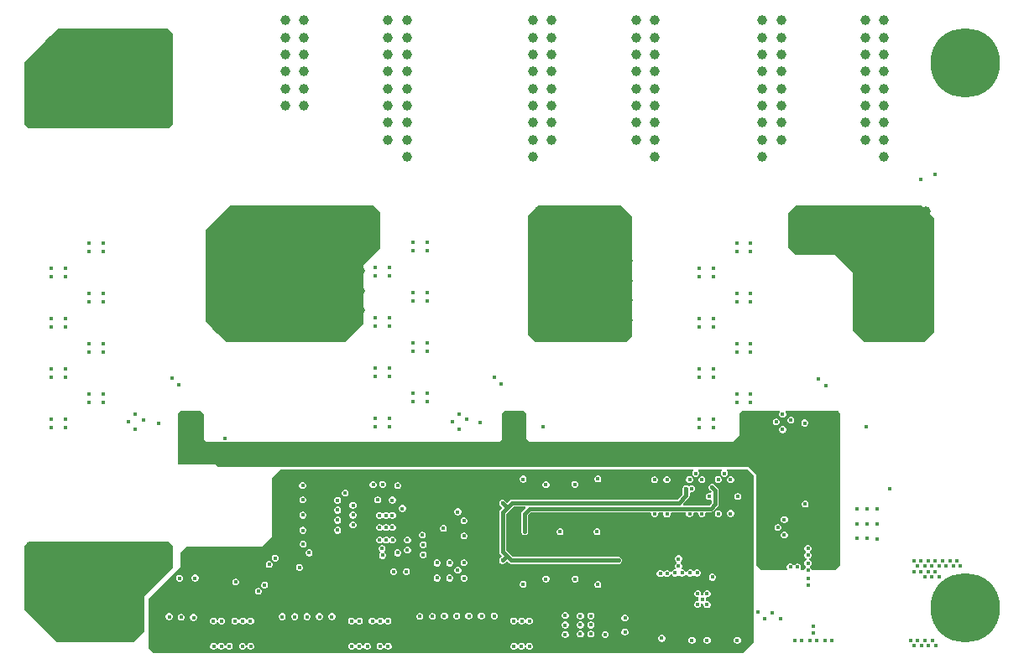
<source format=gbr>
%TF.GenerationSoftware,Altium Limited,Altium Designer,24.0.1 (36)*%
G04 Layer_Physical_Order=3*
G04 Layer_Color=16440176*
%FSLAX45Y45*%
%MOMM*%
%TF.SameCoordinates,B8119A69-DF13-4F5F-B16A-25B655FCA713*%
%TF.FilePolarity,Positive*%
%TF.FileFunction,Copper,L3,Inr,Signal*%
%TF.Part,Single*%
G01*
G75*
%TA.AperFunction,Conductor*%
%ADD52C,0.38100*%
%TA.AperFunction,ComponentPad*%
%ADD56C,1.00000*%
%ADD57C,7.00000*%
%ADD58C,1.01600*%
%TA.AperFunction,ViaPad*%
%ADD59C,0.40000*%
%ADD60C,1.00000*%
G36*
X1453514Y6349988D02*
X1511220Y6292282D01*
Y5381534D01*
X1465126Y5335440D01*
X55062D01*
X10794Y5379708D01*
Y6010198D01*
X350584Y6349988D01*
X1453514Y6349988D01*
D02*
G37*
G36*
X6139180Y4452620D02*
X6139180Y3238500D01*
X6083300Y3182620D01*
X5158740D01*
X5087620Y3253740D01*
Y4460240D01*
X5189220Y4561840D01*
X6029960D01*
X6139180Y4452620D01*
D02*
G37*
G36*
X3600024Y4489876D02*
X3600024Y4130884D01*
X3431540Y3962400D01*
Y3368040D01*
X3246120Y3182620D01*
X2042160D01*
X1836420Y3388360D01*
Y4312920D01*
X2087880Y4564380D01*
X3525520D01*
X3600024Y4489876D01*
D02*
G37*
G36*
X9187180Y4432300D02*
X9187179Y3281679D01*
X9088120Y3182620D01*
X8481060D01*
X8369300Y3294380D01*
Y3883660D01*
X8191500Y4061460D01*
X7787640D01*
X7715876Y4133224D01*
Y4487536D01*
X7790180Y4561840D01*
X9057640D01*
X9187180Y4432300D01*
D02*
G37*
G36*
X7627002Y2486660D02*
X7632263Y2473960D01*
X7629365Y2471062D01*
X7624000Y2458110D01*
Y2444090D01*
X7629365Y2431138D01*
X7639278Y2421225D01*
X7652230Y2415860D01*
X7666250D01*
X7679202Y2421225D01*
X7689115Y2431138D01*
X7694480Y2444090D01*
Y2458110D01*
X7689115Y2471062D01*
X7686217Y2473960D01*
X7691478Y2486660D01*
X8216900Y2486660D01*
X8242300Y2461260D01*
X8242300Y927100D01*
X8194040Y878840D01*
X7949880D01*
Y883310D01*
X7944515Y896262D01*
X7936282Y904495D01*
X7935334Y911860D01*
X7936282Y919225D01*
X7944515Y927458D01*
X7949880Y940410D01*
Y954430D01*
X7944515Y967382D01*
X7934602Y977295D01*
X7928272Y979917D01*
Y993663D01*
X7934602Y996285D01*
X7944515Y1006198D01*
X7949880Y1019150D01*
Y1033170D01*
X7944515Y1046122D01*
X7936282Y1054355D01*
X7935334Y1061720D01*
X7936282Y1069085D01*
X7944515Y1077318D01*
X7949880Y1090270D01*
Y1104290D01*
X7944515Y1117242D01*
X7934602Y1127155D01*
X7921650Y1132520D01*
X7907630D01*
X7894678Y1127155D01*
X7884765Y1117242D01*
X7879400Y1104290D01*
Y1090270D01*
X7884765Y1077318D01*
X7892998Y1069085D01*
X7893946Y1061720D01*
X7892998Y1054355D01*
X7884765Y1046122D01*
X7879400Y1033170D01*
Y1019150D01*
X7884765Y1006198D01*
X7894678Y996285D01*
X7901008Y993663D01*
Y979917D01*
X7894678Y977295D01*
X7884765Y967382D01*
X7879400Y954430D01*
Y940410D01*
X7884765Y927458D01*
X7892998Y919225D01*
X7893946Y911860D01*
X7892998Y904495D01*
X7884765Y896262D01*
X7879400Y883310D01*
Y878840D01*
X7845277D01*
X7842057Y883392D01*
X7838739Y891540D01*
X7843200Y902310D01*
Y916330D01*
X7837835Y929282D01*
X7827922Y939195D01*
X7814970Y944560D01*
X7800950D01*
X7787998Y939195D01*
X7779765Y930962D01*
X7772400Y930014D01*
X7765035Y930962D01*
X7756802Y939195D01*
X7743850Y944560D01*
X7729830D01*
X7716878Y939195D01*
X7706965Y929282D01*
X7701600Y916330D01*
Y902310D01*
X7706061Y891540D01*
X7702743Y883392D01*
X7699523Y878840D01*
X7439660D01*
X7388860Y929640D01*
X7388859Y1846580D01*
X7320280Y1915160D01*
X1956869D01*
X1955375Y1922670D01*
X1946954Y1935272D01*
X1934352Y1943693D01*
X1919486Y1946650D01*
X1563630D01*
X1559560Y1950720D01*
Y2458720D01*
X1587499Y2486659D01*
X1785620Y2486660D01*
X1821179Y2451100D01*
X1821180Y2197099D01*
X1849119Y2169160D01*
X4798060D01*
X4831080Y2202180D01*
Y2461260D01*
X4856480Y2486660D01*
X5046980D01*
X5074920Y2458720D01*
Y2197100D01*
X5102860Y2169160D01*
X7155179D01*
X7221220Y2235200D01*
Y2456179D01*
X7251700Y2486660D01*
X7627002D01*
D02*
G37*
G36*
X7368540Y1833880D02*
Y149860D01*
X7296586Y77905D01*
X7258122Y39442D01*
X1311838D01*
X1264920Y86360D01*
Y591820D01*
X1457960Y784860D01*
X1584960Y911860D01*
Y1051560D01*
X1651000Y1117600D01*
X2407920D01*
X2506980Y1216660D01*
Y1811020D01*
X2590800Y1894840D01*
X6757049D01*
X6759357Y1890344D01*
X6760943Y1882140D01*
X6752765Y1873962D01*
X6747400Y1861010D01*
Y1846991D01*
X6752765Y1834038D01*
X6762678Y1824125D01*
X6775630Y1818760D01*
X6789650D01*
X6802602Y1824125D01*
X6812515Y1834038D01*
X6817880Y1846991D01*
Y1861010D01*
X6812515Y1873962D01*
X6804337Y1882140D01*
X6805923Y1890344D01*
X6808231Y1894840D01*
X7045449D01*
X7047757Y1890344D01*
X7049343Y1882140D01*
X7041165Y1873962D01*
X7035800Y1861010D01*
Y1846991D01*
X7041165Y1834038D01*
X7051078Y1824125D01*
X7064030Y1818760D01*
X7078050D01*
X7091002Y1824125D01*
X7100915Y1834038D01*
X7106280Y1846991D01*
Y1861010D01*
X7100915Y1873962D01*
X7092737Y1882140D01*
X7094323Y1890344D01*
X7096631Y1894840D01*
X7307580D01*
X7368540Y1833880D01*
D02*
G37*
G36*
X1510121Y1122528D02*
Y900521D01*
X1221740Y612140D01*
Y259080D01*
X1112520Y149860D01*
X340360D01*
X10160Y480060D01*
Y1122680D01*
X53340Y1165860D01*
X1466789D01*
X1510121Y1122528D01*
D02*
G37*
%LPC*%
G36*
X7748930Y2427920D02*
X7734910D01*
X7721958Y2422555D01*
X7712045Y2412642D01*
X7706680Y2399690D01*
Y2385670D01*
X7712045Y2372718D01*
X7721958Y2362805D01*
X7734910Y2357440D01*
X7748930D01*
X7761882Y2362805D01*
X7771795Y2372718D01*
X7777160Y2385670D01*
Y2399690D01*
X7771795Y2412642D01*
X7761882Y2422555D01*
X7748930Y2427920D01*
D02*
G37*
G36*
X7601610Y2410140D02*
X7587590D01*
X7574638Y2404775D01*
X7564725Y2394862D01*
X7559360Y2381910D01*
Y2367890D01*
X7564725Y2354938D01*
X7574638Y2345025D01*
X7587590Y2339660D01*
X7601610D01*
X7614562Y2345025D01*
X7624475Y2354938D01*
X7629840Y2367890D01*
Y2381910D01*
X7624475Y2394862D01*
X7614562Y2404775D01*
X7601610Y2410140D01*
D02*
G37*
G36*
X7888630Y2397440D02*
X7874610D01*
X7861658Y2392075D01*
X7851745Y2382162D01*
X7846380Y2369210D01*
Y2355190D01*
X7851745Y2342238D01*
X7861658Y2332325D01*
X7874610Y2326960D01*
X7888630D01*
X7901582Y2332325D01*
X7911495Y2342238D01*
X7916860Y2355190D01*
Y2369210D01*
X7911495Y2382162D01*
X7901582Y2392075D01*
X7888630Y2397440D01*
D02*
G37*
G36*
X7666250Y2331400D02*
X7652230D01*
X7639278Y2326035D01*
X7629365Y2316122D01*
X7624000Y2303170D01*
Y2289150D01*
X7629365Y2276198D01*
X7639278Y2266285D01*
X7652230Y2260920D01*
X7666250D01*
X7679202Y2266285D01*
X7689115Y2276198D01*
X7694480Y2289150D01*
Y2303170D01*
X7689115Y2316122D01*
X7679202Y2326035D01*
X7666250Y2331400D01*
D02*
G37*
G36*
X7892089Y1579880D02*
X7878070D01*
X7865118Y1574515D01*
X7855205Y1564602D01*
X7849840Y1551650D01*
Y1537630D01*
X7855205Y1524678D01*
X7865118Y1514765D01*
X7878070Y1509400D01*
X7892089D01*
X7905041Y1514765D01*
X7914954Y1524678D01*
X7920319Y1537630D01*
Y1551650D01*
X7914954Y1564602D01*
X7905041Y1574515D01*
X7892089Y1579880D01*
D02*
G37*
G36*
X7682870Y1422400D02*
X7668850D01*
X7655898Y1417035D01*
X7645985Y1407122D01*
X7640620Y1394170D01*
Y1380150D01*
X7645985Y1367198D01*
X7655898Y1357285D01*
X7668850Y1351920D01*
X7682870D01*
X7695822Y1357285D01*
X7705735Y1367198D01*
X7711100Y1380150D01*
Y1394170D01*
X7705735Y1407122D01*
X7695822Y1417035D01*
X7682870Y1422400D01*
D02*
G37*
G36*
X7619390Y1343340D02*
X7605370D01*
X7592418Y1337975D01*
X7582505Y1328062D01*
X7577140Y1315110D01*
Y1301090D01*
X7582505Y1288138D01*
X7592418Y1278225D01*
X7605370Y1272860D01*
X7619390D01*
X7632342Y1278225D01*
X7642255Y1288138D01*
X7647620Y1301090D01*
Y1315110D01*
X7642255Y1328062D01*
X7632342Y1337975D01*
X7619390Y1343340D01*
D02*
G37*
G36*
X7682870Y1267460D02*
X7668850D01*
X7655898Y1262095D01*
X7645985Y1252182D01*
X7640620Y1239230D01*
Y1225210D01*
X7645985Y1212258D01*
X7655898Y1202345D01*
X7668850Y1196980D01*
X7682870D01*
X7695822Y1202345D01*
X7705735Y1212258D01*
X7711100Y1225210D01*
Y1239230D01*
X7705735Y1252182D01*
X7695822Y1262095D01*
X7682870Y1267460D01*
D02*
G37*
G36*
X5800990Y1833560D02*
X5786970D01*
X5774018Y1828195D01*
X5764105Y1818282D01*
X5758740Y1805330D01*
Y1791310D01*
X5764105Y1778358D01*
X5774018Y1768445D01*
X5786970Y1763080D01*
X5800990D01*
X5813942Y1768445D01*
X5823855Y1778358D01*
X5829220Y1791310D01*
Y1805330D01*
X5823855Y1818282D01*
X5813942Y1828195D01*
X5800990Y1833560D01*
D02*
G37*
G36*
X5048670Y1831020D02*
X5034650D01*
X5021698Y1825655D01*
X5011785Y1815742D01*
X5006420Y1802790D01*
Y1788770D01*
X5011785Y1775818D01*
X5021698Y1765905D01*
X5034650Y1760540D01*
X5048670D01*
X5061622Y1765905D01*
X5071535Y1775818D01*
X5076900Y1788770D01*
Y1802790D01*
X5071535Y1815742D01*
X5061622Y1825655D01*
X5048670Y1831020D01*
D02*
G37*
G36*
X7015950Y1827140D02*
X7001930D01*
X6988978Y1821775D01*
X6979065Y1811862D01*
X6973700Y1798910D01*
Y1784891D01*
X6979065Y1771939D01*
X6988978Y1762025D01*
X7001930Y1756660D01*
X7015950D01*
X7028902Y1762025D01*
X7038815Y1771939D01*
X7044180Y1784891D01*
Y1798910D01*
X7038815Y1811862D01*
X7028902Y1821775D01*
X7015950Y1827140D01*
D02*
G37*
G36*
X6727550D02*
X6713530D01*
X6700578Y1821775D01*
X6690665Y1811862D01*
X6685300Y1798910D01*
Y1784891D01*
X6690665Y1771939D01*
X6700578Y1762025D01*
X6713530Y1756660D01*
X6727550D01*
X6740502Y1762025D01*
X6750415Y1771939D01*
X6755780Y1784891D01*
Y1798910D01*
X6750415Y1811862D01*
X6740502Y1821775D01*
X6727550Y1827140D01*
D02*
G37*
G36*
X7140470Y1825940D02*
X7126450D01*
X7113498Y1820575D01*
X7103585Y1810662D01*
X7098220Y1797710D01*
Y1783690D01*
X7103585Y1770738D01*
X7113498Y1760825D01*
X7126450Y1755460D01*
X7140470D01*
X7153422Y1760825D01*
X7163335Y1770738D01*
X7168700Y1783690D01*
Y1797710D01*
X7163335Y1810662D01*
X7153422Y1820575D01*
X7140470Y1825940D01*
D02*
G37*
G36*
X6852070D02*
X6838050D01*
X6825098Y1820575D01*
X6815185Y1810662D01*
X6809820Y1797710D01*
Y1783690D01*
X6815185Y1770738D01*
X6825098Y1760825D01*
X6838050Y1755460D01*
X6852070D01*
X6865022Y1760825D01*
X6874935Y1770738D01*
X6880300Y1783690D01*
Y1797710D01*
X6874935Y1810662D01*
X6865022Y1820575D01*
X6852070Y1825940D01*
D02*
G37*
G36*
X6499009D02*
X6484990D01*
X6472038Y1820575D01*
X6462125Y1810662D01*
X6456760Y1797710D01*
Y1783690D01*
X6462125Y1770738D01*
X6472038Y1760825D01*
X6484990Y1755460D01*
X6499009D01*
X6511962Y1760825D01*
X6521875Y1770738D01*
X6527240Y1783690D01*
Y1797710D01*
X6521875Y1810662D01*
X6511962Y1820575D01*
X6499009Y1825940D01*
D02*
G37*
G36*
X6374809Y1825620D02*
X6360790D01*
X6347838Y1820255D01*
X6337925Y1810342D01*
X6332560Y1797390D01*
Y1783370D01*
X6337925Y1770418D01*
X6347838Y1760505D01*
X6360790Y1755140D01*
X6374809D01*
X6387762Y1760505D01*
X6397675Y1770418D01*
X6403040Y1783370D01*
Y1797390D01*
X6397675Y1810342D01*
X6387762Y1820255D01*
X6374809Y1825620D01*
D02*
G37*
G36*
X5569610Y1777920D02*
X5555590D01*
X5542638Y1772555D01*
X5532725Y1762642D01*
X5527360Y1749689D01*
Y1735670D01*
X5532725Y1722718D01*
X5542638Y1712805D01*
X5555590Y1707440D01*
X5569610D01*
X5582562Y1712805D01*
X5592475Y1722718D01*
X5597840Y1735670D01*
Y1749689D01*
X5592475Y1762642D01*
X5582562Y1772555D01*
X5569610Y1777920D01*
D02*
G37*
G36*
X3631590Y1777680D02*
X3617570D01*
X3604618Y1772315D01*
X3594705Y1762402D01*
X3589340Y1749450D01*
Y1735430D01*
X3594705Y1722478D01*
X3604618Y1712565D01*
X3617570Y1707200D01*
X3631590D01*
X3644542Y1712565D01*
X3654455Y1722478D01*
X3659820Y1735430D01*
Y1749450D01*
X3654455Y1762402D01*
X3644542Y1772315D01*
X3631590Y1777680D01*
D02*
G37*
G36*
X5277510Y1775380D02*
X5263490D01*
X5250538Y1770015D01*
X5240625Y1760102D01*
X5235260Y1747149D01*
Y1733130D01*
X5240625Y1720178D01*
X5250538Y1710265D01*
X5263490Y1704900D01*
X5277510D01*
X5290462Y1710265D01*
X5300375Y1720178D01*
X5305740Y1733130D01*
Y1747149D01*
X5300375Y1760102D01*
X5290462Y1770015D01*
X5277510Y1775380D01*
D02*
G37*
G36*
X3535070Y1775140D02*
X3521050D01*
X3508098Y1769775D01*
X3498185Y1759862D01*
X3492820Y1746910D01*
Y1732890D01*
X3498185Y1719938D01*
X3508098Y1710025D01*
X3521050Y1704660D01*
X3535070D01*
X3548022Y1710025D01*
X3557935Y1719938D01*
X3563300Y1732890D01*
Y1746910D01*
X3557935Y1759862D01*
X3548022Y1769775D01*
X3535070Y1775140D01*
D02*
G37*
G36*
X2823870Y1767520D02*
X2809850D01*
X2796898Y1762155D01*
X2786985Y1752242D01*
X2781620Y1739290D01*
Y1725270D01*
X2786985Y1712318D01*
X2796898Y1702405D01*
X2809850Y1697040D01*
X2823870D01*
X2836822Y1702405D01*
X2846735Y1712318D01*
X2852100Y1725270D01*
Y1739290D01*
X2846735Y1752242D01*
X2836822Y1762155D01*
X2823870Y1767520D01*
D02*
G37*
G36*
X3783990Y1764980D02*
X3769970D01*
X3757018Y1759615D01*
X3747105Y1749702D01*
X3741740Y1736750D01*
Y1722730D01*
X3747105Y1709778D01*
X3757018Y1699865D01*
X3769970Y1694500D01*
X3783990D01*
X3796942Y1699865D01*
X3806855Y1709778D01*
X3812220Y1722730D01*
Y1736750D01*
X3806855Y1749702D01*
X3796942Y1759615D01*
X3783990Y1764980D01*
D02*
G37*
G36*
X6953910Y1747200D02*
X6939890D01*
X6926938Y1741835D01*
X6917025Y1731922D01*
X6911660Y1718970D01*
Y1704950D01*
X6917025Y1691998D01*
X6926938Y1682085D01*
X6927609Y1681807D01*
X6939671Y1669745D01*
X6938732Y1662741D01*
X6925292Y1655156D01*
X6924298Y1655567D01*
X6910279D01*
X6897327Y1650202D01*
X6887414Y1640289D01*
X6882049Y1627337D01*
Y1613318D01*
X6887414Y1600365D01*
X6897327Y1590452D01*
X6910279Y1585087D01*
X6924298D01*
X6932856Y1588632D01*
X6945556Y1582164D01*
Y1556860D01*
X6922258Y1533562D01*
X6657235D01*
X6652375Y1545295D01*
X6709638Y1602558D01*
X6709638Y1602559D01*
X6717217Y1613902D01*
X6719879Y1627281D01*
X6719878Y1627282D01*
Y1656185D01*
X6732579Y1664671D01*
X6734150Y1664020D01*
X6748170D01*
X6761122Y1669385D01*
X6771035Y1679298D01*
X6776400Y1692250D01*
Y1706270D01*
X6771035Y1719222D01*
X6761122Y1729135D01*
X6748170Y1734500D01*
X6734150D01*
X6721198Y1729135D01*
X6713220Y1721157D01*
X6705242Y1729135D01*
X6692290Y1734500D01*
X6678270D01*
X6665318Y1729135D01*
X6655405Y1719222D01*
X6650040Y1706270D01*
Y1699326D01*
X6649955Y1698897D01*
Y1641762D01*
X6597634Y1589442D01*
X6007161D01*
X6006490Y1589720D01*
X5992470D01*
X5991799Y1589442D01*
X4928488D01*
X4928486Y1589442D01*
X4915107Y1586780D01*
X4903765Y1579202D01*
X4903764Y1579201D01*
X4881053Y1556490D01*
X4863773Y1573771D01*
X4863495Y1574442D01*
X4853582Y1584355D01*
X4840630Y1589720D01*
X4826610D01*
X4813658Y1584355D01*
X4803745Y1574442D01*
X4798380Y1561490D01*
Y1547470D01*
X4803745Y1534518D01*
X4813658Y1524605D01*
X4814329Y1524327D01*
X4831610Y1507047D01*
X4808898Y1484335D01*
X4801320Y1472993D01*
X4798658Y1459614D01*
Y1061720D01*
X4801320Y1048341D01*
X4808898Y1036998D01*
X4808899Y1036998D01*
X4827644Y1018253D01*
X4815316Y1005445D01*
X4813607Y1004737D01*
X4803694Y994824D01*
X4798329Y981872D01*
Y967853D01*
X4803694Y954900D01*
X4813607Y944987D01*
X4826559Y939622D01*
X4840578D01*
X4848269Y942808D01*
X4848415Y942840D01*
X4848516Y942910D01*
X4853531Y944987D01*
X4858183Y949640D01*
X4859610Y950633D01*
X4870808Y962267D01*
X4883508Y962389D01*
X4895756Y950140D01*
X4907099Y942562D01*
X4920478Y939900D01*
X5995928D01*
X5996603Y940035D01*
X6001657D01*
X6002086Y940120D01*
X6009030D01*
X6021982Y945485D01*
X6031895Y955398D01*
X6037260Y968350D01*
Y982370D01*
X6031895Y995322D01*
X6021982Y1005235D01*
X6009030Y1010600D01*
X5995010D01*
X5993137Y1009824D01*
X4934959D01*
X4901341Y1043442D01*
X4868582Y1076202D01*
Y1445132D01*
X4942968Y1519518D01*
X5062821D01*
X5067681Y1507785D01*
X5031846Y1471949D01*
X5024267Y1460607D01*
X5021606Y1447227D01*
Y1272601D01*
X5021328Y1271930D01*
Y1257910D01*
X5026693Y1244958D01*
X5036606Y1235045D01*
X5049558Y1229680D01*
X5063577D01*
X5076529Y1235045D01*
X5086442Y1244958D01*
X5091807Y1257910D01*
Y1271930D01*
X5091529Y1272601D01*
Y1432746D01*
X5122422Y1463638D01*
X6326447D01*
X6332560Y1454489D01*
Y1440470D01*
X6337925Y1427518D01*
X6347838Y1417605D01*
X6360790Y1412240D01*
X6374810D01*
X6387762Y1417605D01*
X6397675Y1427518D01*
X6403040Y1440470D01*
Y1454489D01*
X6409153Y1463638D01*
X6448775D01*
X6457261Y1450938D01*
X6456760Y1449730D01*
Y1435710D01*
X6462125Y1422758D01*
X6472038Y1412845D01*
X6484990Y1407480D01*
X6499010D01*
X6511962Y1412845D01*
X6521875Y1422758D01*
X6527240Y1435710D01*
Y1449730D01*
X6526739Y1450938D01*
X6535225Y1463638D01*
X6677452D01*
X6684460Y1453150D01*
Y1439131D01*
X6689825Y1426179D01*
X6699738Y1416265D01*
X6712690Y1410900D01*
X6726710D01*
X6739662Y1416265D01*
X6749575Y1426179D01*
X6754940Y1439131D01*
Y1453150D01*
X6761948Y1463638D01*
X6802761D01*
X6808660Y1454809D01*
Y1440790D01*
X6814025Y1427838D01*
X6823938Y1417925D01*
X6836890Y1412560D01*
X6850910D01*
X6863862Y1417925D01*
X6873775Y1427838D01*
X6879140Y1440790D01*
Y1454809D01*
X6885039Y1463638D01*
X6936740D01*
X6950119Y1466300D01*
X6961462Y1473878D01*
X7005240Y1517656D01*
X7012819Y1528999D01*
X7015480Y1542378D01*
X7015480Y1542379D01*
Y1678342D01*
X7012819Y1691721D01*
X7005240Y1703064D01*
X6977053Y1731251D01*
X6976775Y1731922D01*
X6966862Y1741835D01*
X6953910Y1747200D01*
D02*
G37*
G36*
X3253130Y1691320D02*
X3239110D01*
X3226158Y1685955D01*
X3216245Y1676042D01*
X3210880Y1663090D01*
Y1649070D01*
X3216245Y1636118D01*
X3226158Y1626205D01*
X3239110Y1620840D01*
X3253130D01*
X3266082Y1626205D01*
X3275995Y1636118D01*
X3281360Y1649070D01*
Y1663090D01*
X3275995Y1676042D01*
X3266082Y1685955D01*
X3253130Y1691320D01*
D02*
G37*
G36*
X7213338Y1655747D02*
X7199319D01*
X7186367Y1650382D01*
X7176454Y1640469D01*
X7171089Y1627517D01*
Y1613498D01*
X7176454Y1600545D01*
X7186367Y1590632D01*
X7199319Y1585267D01*
X7213338D01*
X7226291Y1590632D01*
X7236204Y1600545D01*
X7241569Y1613498D01*
Y1627517D01*
X7236204Y1640469D01*
X7226291Y1650382D01*
X7213338Y1655747D01*
D02*
G37*
G36*
X2826410Y1622740D02*
X2812390D01*
X2799438Y1617375D01*
X2789525Y1607462D01*
X2784160Y1594510D01*
Y1580490D01*
X2789525Y1567538D01*
X2799438Y1557625D01*
X2812390Y1552260D01*
X2826410D01*
X2839362Y1557625D01*
X2849275Y1567538D01*
X2854640Y1580490D01*
Y1594510D01*
X2849275Y1607462D01*
X2839362Y1617375D01*
X2826410Y1622740D01*
D02*
G37*
G36*
X3581189Y1621915D02*
X3567170D01*
X3554218Y1616550D01*
X3544305Y1606637D01*
X3538940Y1593685D01*
Y1579666D01*
X3544305Y1566714D01*
X3554218Y1556801D01*
X3567170Y1551436D01*
X3581189D01*
X3594142Y1556801D01*
X3604055Y1566714D01*
X3609420Y1579666D01*
Y1593685D01*
X3604055Y1606637D01*
X3594142Y1616550D01*
X3581189Y1621915D01*
D02*
G37*
G36*
X3728581Y1618354D02*
X3714562D01*
X3701609Y1612989D01*
X3691696Y1603076D01*
X3686331Y1590123D01*
Y1576104D01*
X3691696Y1563152D01*
X3701609Y1553239D01*
X3714562Y1547874D01*
X3728581D01*
X3741533Y1553239D01*
X3751446Y1563152D01*
X3756811Y1576104D01*
Y1590123D01*
X3751446Y1603076D01*
X3741533Y1612989D01*
X3728581Y1618354D01*
D02*
G37*
G36*
X3176930Y1617660D02*
X3162910D01*
X3149958Y1612295D01*
X3140045Y1602382D01*
X3134680Y1589430D01*
Y1575410D01*
X3140045Y1562458D01*
X3149958Y1552545D01*
X3162910Y1547180D01*
X3176930D01*
X3189882Y1552545D01*
X3199795Y1562458D01*
X3205160Y1575410D01*
Y1589430D01*
X3199795Y1602382D01*
X3189882Y1612295D01*
X3176930Y1617660D01*
D02*
G37*
G36*
X3331870Y1566860D02*
X3317850D01*
X3304898Y1561495D01*
X3294985Y1551582D01*
X3289620Y1538630D01*
Y1524610D01*
X3294985Y1511658D01*
X3304898Y1501745D01*
X3317850Y1496380D01*
X3331870D01*
X3344822Y1501745D01*
X3354735Y1511658D01*
X3360100Y1524610D01*
Y1538630D01*
X3354735Y1551582D01*
X3344822Y1561495D01*
X3331870Y1566860D01*
D02*
G37*
G36*
X3829710Y1534080D02*
X3815690D01*
X3802738Y1528715D01*
X3792825Y1518802D01*
X3787460Y1505850D01*
Y1491830D01*
X3792825Y1478878D01*
X3802738Y1468965D01*
X3815690Y1463600D01*
X3829710D01*
X3842662Y1468965D01*
X3852575Y1478878D01*
X3857940Y1491830D01*
Y1505850D01*
X3852575Y1518802D01*
X3842662Y1528715D01*
X3829710Y1534080D01*
D02*
G37*
G36*
X3728110Y1465260D02*
X3714090D01*
X3701138Y1459895D01*
X3697647Y1456403D01*
X3689350Y1451166D01*
X3681053Y1456403D01*
X3677562Y1459895D01*
X3664610Y1465260D01*
X3650590D01*
X3637638Y1459895D01*
X3632877Y1455133D01*
X3624580Y1451398D01*
X3616283Y1455133D01*
X3611522Y1459895D01*
X3598570Y1465260D01*
X3584550D01*
X3571598Y1459895D01*
X3561685Y1449982D01*
X3556320Y1437030D01*
Y1423010D01*
X3561685Y1410058D01*
X3571598Y1400145D01*
X3584550Y1394780D01*
X3598570D01*
X3611522Y1400145D01*
X3616283Y1404907D01*
X3624580Y1408642D01*
X3632877Y1404907D01*
X3637638Y1400145D01*
X3650590Y1394780D01*
X3664610D01*
X3677562Y1400145D01*
X3681053Y1403637D01*
X3689350Y1408874D01*
X3697647Y1403637D01*
X3701138Y1400145D01*
X3714090Y1394780D01*
X3728110D01*
X3741062Y1400145D01*
X3750975Y1410058D01*
X3756340Y1423010D01*
Y1437030D01*
X3750975Y1449982D01*
X3741062Y1459895D01*
X3728110Y1465260D01*
D02*
G37*
G36*
X3176930Y1518600D02*
X3162910D01*
X3149958Y1513235D01*
X3140045Y1503322D01*
X3134680Y1490370D01*
Y1476350D01*
X3140045Y1463398D01*
X3149958Y1453485D01*
X3162910Y1448120D01*
X3176930D01*
X3189882Y1453485D01*
X3199795Y1463398D01*
X3205160Y1476350D01*
Y1490370D01*
X3199795Y1503322D01*
X3189882Y1513235D01*
X3176930Y1518600D01*
D02*
G37*
G36*
X4388510Y1499820D02*
X4374490D01*
X4361538Y1494455D01*
X4351625Y1484542D01*
X4346260Y1471590D01*
Y1457570D01*
X4351625Y1444618D01*
X4361538Y1434705D01*
X4374490Y1429340D01*
X4388510D01*
X4401462Y1434705D01*
X4411375Y1444618D01*
X4416740Y1457570D01*
Y1471590D01*
X4411375Y1484542D01*
X4401462Y1494455D01*
X4388510Y1499820D01*
D02*
G37*
G36*
X7140470Y1483040D02*
X7126450D01*
X7113498Y1477675D01*
X7103585Y1467762D01*
X7098220Y1454810D01*
Y1440790D01*
X7103585Y1427838D01*
X7113498Y1417925D01*
X7126450Y1412560D01*
X7140470D01*
X7153422Y1417925D01*
X7163335Y1427838D01*
X7168700Y1440790D01*
Y1454810D01*
X7163335Y1467762D01*
X7153422Y1477675D01*
X7140470Y1483040D01*
D02*
G37*
G36*
X7016270Y1481380D02*
X7002250D01*
X6989298Y1476015D01*
X6979385Y1466102D01*
X6974020Y1453150D01*
Y1439131D01*
X6979385Y1426179D01*
X6989298Y1416265D01*
X7002250Y1410900D01*
X7016270D01*
X7029222Y1416265D01*
X7039135Y1426179D01*
X7044500Y1439131D01*
Y1453150D01*
X7039135Y1466102D01*
X7029222Y1476015D01*
X7016270Y1481380D01*
D02*
G37*
G36*
X3331870Y1467800D02*
X3317850D01*
X3304898Y1462435D01*
X3294985Y1452522D01*
X3289620Y1439570D01*
Y1425550D01*
X3294985Y1412598D01*
X3304898Y1402685D01*
X3317850Y1397320D01*
X3331870D01*
X3344822Y1402685D01*
X3354735Y1412598D01*
X3360100Y1425550D01*
Y1439570D01*
X3354735Y1452522D01*
X3344822Y1462435D01*
X3331870Y1467800D01*
D02*
G37*
G36*
X2826410D02*
X2812390D01*
X2799438Y1462435D01*
X2789525Y1452522D01*
X2784160Y1439570D01*
Y1425550D01*
X2789525Y1412598D01*
X2799438Y1402685D01*
X2812390Y1397320D01*
X2826410D01*
X2839362Y1402685D01*
X2849275Y1412598D01*
X2854640Y1425550D01*
Y1439570D01*
X2849275Y1452522D01*
X2839362Y1462435D01*
X2826410Y1467800D01*
D02*
G37*
G36*
X3176930Y1417000D02*
X3162910D01*
X3149958Y1411635D01*
X3140045Y1401722D01*
X3134680Y1388770D01*
Y1374750D01*
X3140045Y1361798D01*
X3149958Y1351885D01*
X3162910Y1346520D01*
X3176930D01*
X3189882Y1351885D01*
X3199795Y1361798D01*
X3205160Y1374750D01*
Y1388770D01*
X3199795Y1401722D01*
X3189882Y1411635D01*
X3176930Y1417000D01*
D02*
G37*
G36*
X4451430Y1411920D02*
X4437410D01*
X4424458Y1406555D01*
X4414545Y1396642D01*
X4409180Y1383689D01*
Y1369670D01*
X4414545Y1356718D01*
X4424458Y1346805D01*
X4437410Y1341440D01*
X4451430D01*
X4464382Y1346805D01*
X4474295Y1356718D01*
X4479660Y1369670D01*
Y1383689D01*
X4474295Y1396642D01*
X4464382Y1406555D01*
X4451430Y1411920D01*
D02*
G37*
G36*
X3728110Y1343340D02*
X3714090D01*
X3701138Y1337975D01*
X3697647Y1334483D01*
X3689350Y1329246D01*
X3681053Y1334483D01*
X3677562Y1337975D01*
X3664610Y1343340D01*
X3650590D01*
X3637638Y1337975D01*
X3632877Y1333213D01*
X3624580Y1329478D01*
X3616283Y1333213D01*
X3611522Y1337975D01*
X3598570Y1343340D01*
X3584550D01*
X3571598Y1337975D01*
X3561685Y1328062D01*
X3556320Y1315110D01*
Y1301090D01*
X3561685Y1288138D01*
X3571598Y1278225D01*
X3584550Y1272860D01*
X3598570D01*
X3611522Y1278225D01*
X3616283Y1282987D01*
X3624580Y1286722D01*
X3632877Y1282987D01*
X3637638Y1278225D01*
X3650590Y1272860D01*
X3664610D01*
X3677562Y1278225D01*
X3681053Y1281717D01*
X3689350Y1286954D01*
X3697647Y1281717D01*
X3701138Y1278225D01*
X3714090Y1272860D01*
X3728110D01*
X3741062Y1278225D01*
X3750975Y1288138D01*
X3756340Y1301090D01*
Y1315110D01*
X3750975Y1328062D01*
X3741062Y1337975D01*
X3728110Y1343340D01*
D02*
G37*
G36*
X3331870Y1368740D02*
X3317850D01*
X3304898Y1363375D01*
X3294985Y1353462D01*
X3289620Y1340510D01*
Y1326490D01*
X3294985Y1313538D01*
X3304898Y1303625D01*
X3317850Y1298260D01*
X3331870D01*
X3344822Y1303625D01*
X3354735Y1313538D01*
X3360100Y1326490D01*
Y1340510D01*
X3354735Y1353462D01*
X3344822Y1363375D01*
X3331870Y1368740D01*
D02*
G37*
G36*
X4243730Y1334450D02*
X4229710D01*
X4216758Y1329085D01*
X4206845Y1319172D01*
X4201480Y1306220D01*
Y1292200D01*
X4206845Y1279248D01*
X4216758Y1269335D01*
X4229710Y1263970D01*
X4243730D01*
X4256682Y1269335D01*
X4266595Y1279248D01*
X4271960Y1292200D01*
Y1306220D01*
X4266595Y1319172D01*
X4256682Y1329085D01*
X4243730Y1334450D01*
D02*
G37*
G36*
X3176930Y1315400D02*
X3162910D01*
X3149958Y1310035D01*
X3140045Y1300122D01*
X3134680Y1287170D01*
Y1273150D01*
X3140045Y1260198D01*
X3149958Y1250285D01*
X3162910Y1244920D01*
X3176930D01*
X3189882Y1250285D01*
X3199795Y1260198D01*
X3205160Y1273150D01*
Y1287170D01*
X3199795Y1300122D01*
X3189882Y1310035D01*
X3176930Y1315400D01*
D02*
G37*
G36*
X2826990Y1314820D02*
X2812970D01*
X2800018Y1309455D01*
X2790105Y1299542D01*
X2784740Y1286590D01*
Y1272570D01*
X2790105Y1259618D01*
X2800018Y1249705D01*
X2812970Y1244340D01*
X2826990D01*
X2839942Y1249705D01*
X2849855Y1259618D01*
X2855220Y1272570D01*
Y1286590D01*
X2849855Y1299542D01*
X2839942Y1309455D01*
X2826990Y1314820D01*
D02*
G37*
G36*
X5793130Y1300160D02*
X5779110D01*
X5766158Y1294795D01*
X5756245Y1284882D01*
X5750880Y1271930D01*
Y1257910D01*
X5756245Y1244958D01*
X5766158Y1235045D01*
X5779110Y1229680D01*
X5793130D01*
X5806082Y1235045D01*
X5815995Y1244958D01*
X5821360Y1257910D01*
Y1271930D01*
X5815995Y1284882D01*
X5806082Y1294795D01*
X5793130Y1300160D01*
D02*
G37*
G36*
X5419750D02*
X5405730D01*
X5392778Y1294795D01*
X5382865Y1284882D01*
X5377500Y1271930D01*
Y1257910D01*
X5382865Y1244958D01*
X5392778Y1235045D01*
X5405730Y1229680D01*
X5419750D01*
X5432702Y1235045D01*
X5442615Y1244958D01*
X5447980Y1257910D01*
Y1271930D01*
X5442615Y1284882D01*
X5432702Y1294795D01*
X5419750Y1300160D01*
D02*
G37*
G36*
X3730650Y1216340D02*
X3716630D01*
X3703678Y1210975D01*
X3700187Y1207483D01*
X3691890Y1202246D01*
X3683593Y1207483D01*
X3680102Y1210975D01*
X3667150Y1216340D01*
X3653130D01*
X3640178Y1210975D01*
X3635417Y1206213D01*
X3627120Y1202478D01*
X3618823Y1206213D01*
X3614062Y1210975D01*
X3601110Y1216340D01*
X3587090D01*
X3574138Y1210975D01*
X3564225Y1201062D01*
X3558860Y1188110D01*
Y1174090D01*
X3564225Y1161138D01*
X3574138Y1151225D01*
X3587090Y1145860D01*
X3601110D01*
X3614062Y1151225D01*
X3618823Y1155987D01*
X3627120Y1159722D01*
X3635417Y1155987D01*
X3640178Y1151225D01*
X3653130Y1145860D01*
X3667150D01*
X3680102Y1151225D01*
X3683593Y1154717D01*
X3691890Y1159954D01*
X3700187Y1154717D01*
X3703678Y1151225D01*
X3716630Y1145860D01*
X3730650D01*
X3743602Y1151225D01*
X3753515Y1161138D01*
X3758880Y1174090D01*
Y1188110D01*
X3753515Y1201062D01*
X3743602Y1210975D01*
X3730650Y1216340D01*
D02*
G37*
G36*
X4030370Y1267140D02*
X4016350D01*
X4003398Y1261775D01*
X3993485Y1251862D01*
X3988120Y1238910D01*
Y1224890D01*
X3993485Y1211938D01*
X4003398Y1202025D01*
X4016350Y1196660D01*
X4030370D01*
X4043322Y1202025D01*
X4053235Y1211938D01*
X4058600Y1224890D01*
Y1238910D01*
X4053235Y1251862D01*
X4043322Y1261775D01*
X4030370Y1267140D01*
D02*
G37*
G36*
X4452299Y1257270D02*
X4438280D01*
X4425328Y1251905D01*
X4415415Y1241992D01*
X4410050Y1229039D01*
Y1215020D01*
X4415415Y1202068D01*
X4425328Y1192155D01*
X4438280Y1186790D01*
X4452299D01*
X4465252Y1192155D01*
X4475165Y1202068D01*
X4480530Y1215020D01*
Y1229039D01*
X4475165Y1241992D01*
X4465252Y1251905D01*
X4452299Y1257270D01*
D02*
G37*
G36*
X3880510Y1216340D02*
X3866490D01*
X3853538Y1210975D01*
X3843625Y1201062D01*
X3838260Y1188110D01*
Y1174090D01*
X3843625Y1161138D01*
X3853538Y1151225D01*
X3866490Y1145860D01*
X3880510D01*
X3893462Y1151225D01*
X3903375Y1161138D01*
X3908740Y1174090D01*
Y1188110D01*
X3903375Y1201062D01*
X3893462Y1210975D01*
X3880510Y1216340D01*
D02*
G37*
G36*
X2828260Y1175390D02*
X2814240D01*
X2801288Y1170025D01*
X2791375Y1160112D01*
X2786010Y1147160D01*
Y1133140D01*
X2791375Y1120188D01*
X2801288Y1110275D01*
X2814240Y1104910D01*
X2828260D01*
X2841212Y1110275D01*
X2851125Y1120188D01*
X2856490Y1133140D01*
Y1147160D01*
X2851125Y1160112D01*
X2841212Y1170025D01*
X2828260Y1175390D01*
D02*
G37*
G36*
X4040530Y1168080D02*
X4026510D01*
X4013558Y1162715D01*
X4003645Y1152802D01*
X3998280Y1139850D01*
Y1125830D01*
X4003645Y1112878D01*
X4013558Y1102965D01*
X4026510Y1097600D01*
X4040530D01*
X4053482Y1102965D01*
X4063395Y1112878D01*
X4068760Y1125830D01*
Y1139850D01*
X4063395Y1152802D01*
X4053482Y1162715D01*
X4040530Y1168080D01*
D02*
G37*
G36*
X3880510Y1114740D02*
X3866490D01*
X3853538Y1109375D01*
X3843625Y1099462D01*
X3838260Y1086510D01*
Y1072490D01*
X3843625Y1059538D01*
X3853538Y1049625D01*
X3866490Y1044260D01*
X3880510D01*
X3893462Y1049625D01*
X3903375Y1059538D01*
X3908740Y1072490D01*
Y1086510D01*
X3903375Y1099462D01*
X3893462Y1109375D01*
X3880510Y1114740D01*
D02*
G37*
G36*
X2889670Y1086800D02*
X2875651D01*
X2862698Y1081435D01*
X2852785Y1071522D01*
X2847420Y1058570D01*
Y1044550D01*
X2852785Y1031598D01*
X2862698Y1021685D01*
X2875651Y1016320D01*
X2889670D01*
X2902622Y1021685D01*
X2912535Y1031598D01*
X2917900Y1044550D01*
Y1058570D01*
X2912535Y1071522D01*
X2902622Y1081435D01*
X2889670Y1086800D01*
D02*
G37*
G36*
X3782274Y1086653D02*
X3768255D01*
X3755303Y1081288D01*
X3745390Y1071375D01*
X3740025Y1058423D01*
Y1044403D01*
X3745390Y1031451D01*
X3755303Y1021538D01*
X3768255Y1016173D01*
X3782274D01*
X3795226Y1021538D01*
X3805139Y1031451D01*
X3810504Y1044403D01*
Y1058423D01*
X3805139Y1071375D01*
X3795226Y1081288D01*
X3782274Y1086653D01*
D02*
G37*
G36*
X4040530Y1066480D02*
X4026510D01*
X4013558Y1061115D01*
X4003645Y1051202D01*
X3998280Y1038250D01*
Y1024230D01*
X4003645Y1011278D01*
X4013558Y1001365D01*
X4026510Y996000D01*
X4040530D01*
X4053482Y1001365D01*
X4063395Y1011278D01*
X4068760Y1024230D01*
Y1038250D01*
X4063395Y1051202D01*
X4053482Y1061115D01*
X4040530Y1066480D01*
D02*
G37*
G36*
X3623970Y1129980D02*
X3609950D01*
X3596998Y1124615D01*
X3587085Y1114702D01*
X3581720Y1101750D01*
Y1087730D01*
X3587085Y1074778D01*
X3595734Y1066129D01*
X3597006Y1064363D01*
X3597223Y1051025D01*
X3592768Y1046570D01*
X3587403Y1033618D01*
Y1019599D01*
X3592768Y1006646D01*
X3602681Y996733D01*
X3615633Y991368D01*
X3629653D01*
X3642605Y996733D01*
X3652518Y1006646D01*
X3657883Y1019599D01*
Y1033618D01*
X3652518Y1046570D01*
X3643869Y1055219D01*
X3642597Y1056986D01*
X3642380Y1070323D01*
X3646835Y1074778D01*
X3652200Y1087730D01*
Y1101750D01*
X3646835Y1114702D01*
X3636922Y1124615D01*
X3623970Y1129980D01*
D02*
G37*
G36*
X2547870Y1032920D02*
X2533850D01*
X2520898Y1027555D01*
X2510985Y1017642D01*
X2505620Y1004690D01*
Y990670D01*
X2510985Y977718D01*
X2520898Y967805D01*
X2533850Y962440D01*
X2547870D01*
X2560822Y967805D01*
X2570735Y977718D01*
X2576100Y990670D01*
Y1004690D01*
X2570735Y1017642D01*
X2560822Y1027555D01*
X2547870Y1032920D01*
D02*
G37*
G36*
X4452010Y987740D02*
X4437990D01*
X4425038Y982375D01*
X4415125Y972462D01*
X4409760Y959510D01*
Y945490D01*
X4415125Y932538D01*
X4425038Y922625D01*
X4437990Y917260D01*
X4452010D01*
X4464962Y922625D01*
X4474875Y932538D01*
X4480240Y945490D01*
Y959510D01*
X4474875Y972462D01*
X4464962Y982375D01*
X4452010Y987740D01*
D02*
G37*
G36*
X4306990Y985200D02*
X4292970D01*
X4280018Y979835D01*
X4270105Y969922D01*
X4264740Y956970D01*
Y942950D01*
X4270105Y929998D01*
X4280018Y920085D01*
X4292970Y914720D01*
X4306990D01*
X4319942Y920085D01*
X4329855Y929998D01*
X4335220Y942950D01*
Y956970D01*
X4329855Y969922D01*
X4319942Y979835D01*
X4306990Y985200D01*
D02*
G37*
G36*
X4180230D02*
X4166210D01*
X4153258Y979835D01*
X4143345Y969922D01*
X4137980Y956970D01*
Y942950D01*
X4143345Y929998D01*
X4153258Y920085D01*
X4166210Y914720D01*
X4180230D01*
X4193182Y920085D01*
X4203095Y929998D01*
X4208460Y942950D01*
Y956970D01*
X4203095Y969922D01*
X4193182Y979835D01*
X4180230Y985200D01*
D02*
G37*
G36*
X2486090Y970500D02*
X2472070D01*
X2459118Y965135D01*
X2449205Y955222D01*
X2443840Y942270D01*
Y928250D01*
X2449205Y915298D01*
X2459118Y905385D01*
X2472070Y900020D01*
X2486090D01*
X2499042Y905385D01*
X2508955Y915298D01*
X2514320Y928250D01*
Y942270D01*
X2508955Y955222D01*
X2499042Y965135D01*
X2486090Y970500D01*
D02*
G37*
G36*
X2791990Y938640D02*
X2777970D01*
X2765018Y933275D01*
X2755105Y923362D01*
X2749740Y910410D01*
Y896390D01*
X2755105Y883438D01*
X2765018Y873525D01*
X2777970Y868160D01*
X2791990D01*
X2804942Y873525D01*
X2814855Y883438D01*
X2820220Y896390D01*
Y910410D01*
X2814855Y923362D01*
X2804942Y933275D01*
X2791990Y938640D01*
D02*
G37*
G36*
X6616090Y1025840D02*
X6602070D01*
X6589118Y1020475D01*
X6579205Y1010562D01*
X6573840Y997610D01*
Y983590D01*
X6579205Y970638D01*
X6587438Y962405D01*
X6588386Y955040D01*
X6587438Y947675D01*
X6579205Y939442D01*
X6573840Y926490D01*
Y912470D01*
X6579205Y899518D01*
X6583390Y895333D01*
X6582964Y893588D01*
X6577163Y883600D01*
X6566510D01*
X6553558Y878235D01*
X6543645Y868322D01*
X6539971Y859452D01*
X6526547Y858675D01*
X6524655Y863242D01*
X6514742Y873155D01*
X6501790Y878520D01*
X6487770D01*
X6474818Y873155D01*
X6466585Y864922D01*
X6459220Y863974D01*
X6451855Y864922D01*
X6443622Y873155D01*
X6430670Y878520D01*
X6416650D01*
X6403698Y873155D01*
X6393785Y863242D01*
X6388420Y850290D01*
Y836270D01*
X6393785Y823318D01*
X6403698Y813405D01*
X6416650Y808040D01*
X6430670D01*
X6443622Y813405D01*
X6451855Y821638D01*
X6459220Y822586D01*
X6466585Y821638D01*
X6474818Y813405D01*
X6487770Y808040D01*
X6501790D01*
X6514742Y813405D01*
X6524655Y823318D01*
X6528329Y832188D01*
X6541753Y832965D01*
X6543645Y828398D01*
X6553558Y818485D01*
X6566510Y813120D01*
X6580530D01*
X6593482Y818485D01*
X6601715Y826718D01*
X6609080Y827666D01*
X6616445Y826718D01*
X6624678Y818485D01*
X6637630Y813120D01*
X6651650D01*
X6664602Y818485D01*
X6674515Y828398D01*
X6678930Y839057D01*
X6679137Y839097D01*
X6691423D01*
X6691630Y839057D01*
X6696045Y828398D01*
X6705958Y818485D01*
X6718910Y813120D01*
X6732930D01*
X6745882Y818485D01*
X6754115Y826718D01*
X6761480Y827666D01*
X6768845Y826718D01*
X6777078Y818485D01*
X6790030Y813120D01*
X6804050D01*
X6817002Y818485D01*
X6826915Y828398D01*
X6832280Y841350D01*
Y855370D01*
X6826915Y868322D01*
X6817002Y878235D01*
X6804050Y883600D01*
X6790030D01*
X6777078Y878235D01*
X6768845Y870002D01*
X6761480Y869054D01*
X6754115Y870002D01*
X6745882Y878235D01*
X6732930Y883600D01*
X6718910D01*
X6705958Y878235D01*
X6696045Y868322D01*
X6691630Y857663D01*
X6691423Y857623D01*
X6679137D01*
X6678930Y857663D01*
X6674515Y868322D01*
X6664602Y878235D01*
X6651650Y883600D01*
X6640997D01*
X6635196Y893588D01*
X6634770Y895333D01*
X6638955Y899518D01*
X6644320Y912470D01*
Y926490D01*
X6638955Y939442D01*
X6630722Y947675D01*
X6629774Y955040D01*
X6630722Y962405D01*
X6638955Y970638D01*
X6644320Y983590D01*
Y997610D01*
X6638955Y1010562D01*
X6629042Y1020475D01*
X6616090Y1025840D01*
D02*
G37*
G36*
X4389600Y911830D02*
X4375581D01*
X4362628Y906465D01*
X4352715Y896552D01*
X4347350Y883600D01*
Y869580D01*
X4352715Y856628D01*
X4362628Y846715D01*
X4375581Y841350D01*
X4389600D01*
X4402552Y846715D01*
X4412465Y856628D01*
X4417830Y869580D01*
Y883600D01*
X4412465Y896552D01*
X4402552Y906465D01*
X4389600Y911830D01*
D02*
G37*
G36*
X3870350Y896300D02*
X3856330D01*
X3843378Y890935D01*
X3833465Y881022D01*
X3828100Y868070D01*
Y854050D01*
X3833465Y841098D01*
X3843378Y831185D01*
X3856330Y825820D01*
X3870350D01*
X3883302Y831185D01*
X3893215Y841098D01*
X3898580Y854050D01*
Y868070D01*
X3893215Y881022D01*
X3883302Y890935D01*
X3870350Y896300D01*
D02*
G37*
G36*
X3741348Y896260D02*
X3727328D01*
X3714376Y890895D01*
X3704463Y880982D01*
X3699098Y868030D01*
Y854010D01*
X3704463Y841058D01*
X3714376Y831145D01*
X3727328Y825780D01*
X3741348D01*
X3754300Y831145D01*
X3764213Y841058D01*
X3769578Y854010D01*
Y868030D01*
X3764213Y880982D01*
X3754300Y890895D01*
X3741348Y896260D01*
D02*
G37*
G36*
X6957367Y842043D02*
X6943348D01*
X6930395Y836678D01*
X6920482Y826764D01*
X6915117Y813812D01*
Y799793D01*
X6920482Y786841D01*
X6930395Y776928D01*
X6943348Y771563D01*
X6957367D01*
X6970319Y776928D01*
X6980232Y786841D01*
X6985597Y799793D01*
Y813812D01*
X6980232Y826764D01*
X6970319Y836678D01*
X6957367Y842043D01*
D02*
G37*
G36*
X4306990Y832800D02*
X4292970D01*
X4280018Y827435D01*
X4270105Y817522D01*
X4264740Y804570D01*
Y790550D01*
X4270105Y777598D01*
X4280018Y767685D01*
X4292970Y762320D01*
X4306990D01*
X4319942Y767685D01*
X4329855Y777598D01*
X4335220Y790550D01*
Y804570D01*
X4329855Y817522D01*
X4319942Y827435D01*
X4306990Y832800D01*
D02*
G37*
G36*
X4180230D02*
X4166210D01*
X4153258Y827435D01*
X4143345Y817522D01*
X4137980Y804570D01*
Y790550D01*
X4143345Y777598D01*
X4153258Y767685D01*
X4166210Y762320D01*
X4180230D01*
X4193182Y767685D01*
X4203095Y777598D01*
X4208460Y790550D01*
Y804570D01*
X4203095Y817522D01*
X4193182Y827435D01*
X4180230Y832800D01*
D02*
G37*
G36*
X1739290Y831880D02*
X1725270D01*
X1712318Y826515D01*
X1702405Y816602D01*
X1697040Y803650D01*
Y789630D01*
X1702405Y776678D01*
X1712318Y766765D01*
X1725270Y761400D01*
X1739290D01*
X1752242Y766765D01*
X1762155Y776678D01*
X1767520Y789630D01*
Y803650D01*
X1762155Y816602D01*
X1752242Y826515D01*
X1739290Y831880D01*
D02*
G37*
G36*
X4452010Y830260D02*
X4437990D01*
X4425038Y824895D01*
X4415125Y814982D01*
X4409760Y802030D01*
Y788010D01*
X4415125Y775058D01*
X4425038Y765145D01*
X4437990Y759780D01*
X4452010D01*
X4464962Y765145D01*
X4474875Y775058D01*
X4480240Y788010D01*
Y802030D01*
X4474875Y814982D01*
X4464962Y824895D01*
X4452010Y830260D01*
D02*
G37*
G36*
X1581810Y829340D02*
X1567790D01*
X1554838Y823975D01*
X1544925Y814062D01*
X1539560Y801110D01*
Y787090D01*
X1544925Y774138D01*
X1554838Y764225D01*
X1567790Y758860D01*
X1581810D01*
X1594762Y764225D01*
X1604675Y774138D01*
X1610040Y787090D01*
Y801110D01*
X1604675Y814062D01*
X1594762Y823975D01*
X1581810Y829340D01*
D02*
G37*
G36*
X5572150Y822400D02*
X5558130D01*
X5545178Y817035D01*
X5535265Y807122D01*
X5529900Y794170D01*
Y780151D01*
X5535265Y767198D01*
X5545178Y757285D01*
X5558130Y751920D01*
X5572150D01*
X5585102Y757285D01*
X5595015Y767198D01*
X5600380Y780151D01*
Y794170D01*
X5595015Y807122D01*
X5585102Y817035D01*
X5572150Y822400D01*
D02*
G37*
G36*
X5277510D02*
X5263490D01*
X5250538Y817035D01*
X5240625Y807122D01*
X5235260Y794170D01*
Y780151D01*
X5240625Y767198D01*
X5250538Y757285D01*
X5263490Y751920D01*
X5277510D01*
X5290462Y757285D01*
X5300375Y767198D01*
X5305740Y780151D01*
Y794170D01*
X5300375Y807122D01*
X5290462Y817035D01*
X5277510Y822400D01*
D02*
G37*
G36*
X2149630Y793000D02*
X2135610D01*
X2122658Y787635D01*
X2112745Y777722D01*
X2107380Y764770D01*
Y750750D01*
X2112745Y737798D01*
X2122658Y727885D01*
X2135610Y722520D01*
X2149630D01*
X2162582Y727885D01*
X2172495Y737798D01*
X2177860Y750750D01*
Y764770D01*
X2172495Y777722D01*
X2162582Y787635D01*
X2149630Y793000D01*
D02*
G37*
G36*
X5048306Y768813D02*
X5034287D01*
X5021335Y763448D01*
X5011422Y753535D01*
X5006057Y740583D01*
Y726563D01*
X5011422Y713611D01*
X5021335Y703698D01*
X5034287Y698333D01*
X5048306D01*
X5061258Y703698D01*
X5071171Y713611D01*
X5076536Y726563D01*
Y740583D01*
X5071171Y753535D01*
X5061258Y763448D01*
X5048306Y768813D01*
D02*
G37*
G36*
X5800990Y766760D02*
X5786970D01*
X5774018Y761395D01*
X5764105Y751482D01*
X5758740Y738530D01*
Y724510D01*
X5764105Y711558D01*
X5774018Y701645D01*
X5786970Y696280D01*
X5800990D01*
X5813942Y701645D01*
X5823855Y711558D01*
X5829220Y724510D01*
Y738530D01*
X5823855Y751482D01*
X5813942Y761395D01*
X5800990Y766760D01*
D02*
G37*
G36*
X2440290Y761140D02*
X2426270D01*
X2413318Y755775D01*
X2403405Y745862D01*
X2398040Y732910D01*
Y718890D01*
X2403405Y705938D01*
X2413318Y696025D01*
X2426270Y690660D01*
X2440290D01*
X2453242Y696025D01*
X2463155Y705938D01*
X2468520Y718890D01*
Y732910D01*
X2463155Y745862D01*
X2453242Y755775D01*
X2440290Y761140D01*
D02*
G37*
G36*
X2378510Y698720D02*
X2364490D01*
X2351538Y693355D01*
X2341625Y683442D01*
X2336260Y670490D01*
Y656470D01*
X2341625Y643518D01*
X2351538Y633605D01*
X2364490Y628240D01*
X2378510D01*
X2391462Y633605D01*
X2401375Y643518D01*
X2406740Y656470D01*
Y670490D01*
X2401375Y683442D01*
X2391462Y693355D01*
X2378510Y698720D01*
D02*
G37*
G36*
X6903110Y675320D02*
X6889090D01*
X6876138Y669955D01*
X6866225Y660042D01*
X6860860Y647090D01*
Y634101D01*
X6858372Y630213D01*
X6852356Y623302D01*
X6845539Y623545D01*
X6837360Y633071D01*
Y647090D01*
X6831995Y660042D01*
X6822082Y669955D01*
X6809130Y675320D01*
X6795110D01*
X6782158Y669955D01*
X6772245Y660042D01*
X6766880Y647090D01*
Y633070D01*
X6772245Y620118D01*
X6782158Y610205D01*
X6795110Y604840D01*
X6804499D01*
X6812494Y595564D01*
X6813386Y593107D01*
X6812600Y591210D01*
Y577833D01*
X6812304Y576831D01*
X6803447Y566100D01*
X6795110D01*
X6782158Y560735D01*
X6772245Y550822D01*
X6766880Y537870D01*
Y523850D01*
X6772245Y510898D01*
X6782158Y500985D01*
X6795110Y495620D01*
X6809130D01*
X6822082Y500985D01*
X6831995Y510898D01*
X6837360Y523850D01*
Y537227D01*
X6837656Y538229D01*
X6842224Y543763D01*
X6851445Y544186D01*
X6853177Y542556D01*
X6860860Y533120D01*
Y521310D01*
X6866225Y508358D01*
X6876138Y498445D01*
X6889090Y493080D01*
X6903110D01*
X6916062Y498445D01*
X6925975Y508358D01*
X6931340Y521310D01*
Y535330D01*
X6925975Y548282D01*
X6916062Y558195D01*
X6903110Y563560D01*
X6891181D01*
X6885250Y569304D01*
X6881893Y574325D01*
X6883080Y577190D01*
Y591210D01*
X6881893Y594075D01*
X6885250Y599096D01*
X6891181Y604840D01*
X6903110D01*
X6916062Y610205D01*
X6925975Y620118D01*
X6931340Y633070D01*
Y647090D01*
X6925975Y660042D01*
X6916062Y669955D01*
X6903110Y675320D01*
D02*
G37*
G36*
X5473090Y454340D02*
X5459070D01*
X5446118Y448975D01*
X5436205Y439062D01*
X5430840Y426110D01*
Y412090D01*
X5436205Y399138D01*
X5446118Y389225D01*
X5459070Y383860D01*
X5473090D01*
X5486042Y389225D01*
X5495955Y399138D01*
X5501320Y412090D01*
Y426110D01*
X5495955Y439062D01*
X5486042Y448975D01*
X5473090Y454340D01*
D02*
G37*
G36*
X5110410Y398460D02*
X5096390D01*
X5083438Y393095D01*
X5073525Y383182D01*
X5072173Y379918D01*
X5058427D01*
X5057075Y383182D01*
X5047162Y393095D01*
X5034210Y398460D01*
X5020190D01*
X5007238Y393095D01*
X4997325Y383182D01*
X4992910Y372523D01*
X4992703Y372483D01*
X4980417D01*
X4980210Y372523D01*
X4975795Y383182D01*
X4965882Y393095D01*
X4952930Y398460D01*
X4938910D01*
X4925958Y393095D01*
X4916045Y383182D01*
X4910680Y370230D01*
Y356210D01*
X4916045Y343258D01*
X4925958Y333345D01*
X4938910Y327980D01*
X4952930D01*
X4965882Y333345D01*
X4975795Y343258D01*
X4980210Y353917D01*
X4980417Y353957D01*
X4992703D01*
X4992910Y353917D01*
X4997325Y343258D01*
X5007238Y333345D01*
X5020190Y327980D01*
X5034210D01*
X5047162Y333345D01*
X5057075Y343258D01*
X5058427Y346522D01*
X5072173D01*
X5073525Y343258D01*
X5083438Y333345D01*
X5096390Y327980D01*
X5110410D01*
X5123362Y333345D01*
X5133275Y343258D01*
X5138640Y356210D01*
Y370230D01*
X5133275Y383182D01*
X5123362Y393095D01*
X5110410Y398460D01*
D02*
G37*
G36*
X3684010D02*
X3669990D01*
X3657038Y393095D01*
X3647125Y383182D01*
X3645773Y379918D01*
X3632027D01*
X3630675Y383182D01*
X3620762Y393095D01*
X3607810Y398460D01*
X3593790D01*
X3580838Y393095D01*
X3570925Y383182D01*
X3566510Y372523D01*
X3566303Y372483D01*
X3554017D01*
X3553810Y372523D01*
X3549395Y383182D01*
X3539482Y393095D01*
X3526530Y398460D01*
X3512510D01*
X3499558Y393095D01*
X3489645Y383182D01*
X3484280Y370230D01*
Y356210D01*
X3489645Y343258D01*
X3499558Y333345D01*
X3512510Y327980D01*
X3526530D01*
X3539482Y333345D01*
X3549395Y343258D01*
X3553810Y353917D01*
X3554017Y353957D01*
X3566303D01*
X3566510Y353917D01*
X3570925Y343258D01*
X3580838Y333345D01*
X3593790Y327980D01*
X3607810D01*
X3620762Y333345D01*
X3630675Y343258D01*
X3632027Y346522D01*
X3645773D01*
X3647125Y343258D01*
X3657038Y333345D01*
X3669990Y327980D01*
X3684010D01*
X3696962Y333345D01*
X3706875Y343258D01*
X3712240Y356210D01*
Y370230D01*
X3706875Y383182D01*
X3696962Y393095D01*
X3684010Y398460D01*
D02*
G37*
G36*
X2297170D02*
X2283150D01*
X2270198Y393095D01*
X2260285Y383182D01*
X2258933Y379918D01*
X2245187D01*
X2243835Y383182D01*
X2233922Y393095D01*
X2220970Y398460D01*
X2206950D01*
X2193998Y393095D01*
X2184085Y383182D01*
X2179670Y372523D01*
X2179463Y372483D01*
X2167177D01*
X2166970Y372523D01*
X2162555Y383182D01*
X2152642Y393095D01*
X2139690Y398460D01*
X2125670D01*
X2112718Y393095D01*
X2102805Y383182D01*
X2097440Y370230D01*
Y356210D01*
X2102805Y343258D01*
X2112718Y333345D01*
X2125670Y327980D01*
X2139690D01*
X2152642Y333345D01*
X2162555Y343258D01*
X2166970Y353917D01*
X2167177Y353957D01*
X2179463D01*
X2179670Y353917D01*
X2184085Y343258D01*
X2193998Y333345D01*
X2206950Y327980D01*
X2220970D01*
X2233922Y333345D01*
X2243835Y343258D01*
X2245187Y346522D01*
X2258933D01*
X2260285Y343258D01*
X2270198Y333345D01*
X2283150Y327980D01*
X2297170D01*
X2310122Y333345D01*
X2320035Y343258D01*
X2325400Y356210D01*
Y370230D01*
X2320035Y383182D01*
X2310122Y393095D01*
X2297170Y398460D01*
D02*
G37*
G36*
X5731687Y449743D02*
X5717668D01*
X5704716Y444378D01*
X5694802Y434464D01*
X5689437Y421512D01*
Y407493D01*
X5694802Y394541D01*
X5704716Y384628D01*
X5717668Y379263D01*
X5731687D01*
X5744639Y384628D01*
X5754552Y394541D01*
X5759917Y407493D01*
Y421512D01*
X5754552Y434464D01*
X5744639Y444378D01*
X5731687Y449743D01*
D02*
G37*
G36*
X5625007D02*
X5610988D01*
X5598036Y444378D01*
X5588122Y434464D01*
X5582757Y421512D01*
Y407493D01*
X5588122Y394541D01*
X5598036Y384628D01*
X5610988Y379263D01*
X5625007D01*
X5637959Y384628D01*
X5647872Y394541D01*
X5653237Y407493D01*
Y421512D01*
X5647872Y434464D01*
X5637959Y444378D01*
X5625007Y449743D01*
D02*
G37*
G36*
X4756810Y449260D02*
X4742790D01*
X4729838Y443895D01*
X4719925Y433982D01*
X4714560Y421030D01*
Y407010D01*
X4719925Y394058D01*
X4729838Y384145D01*
X4742790Y378780D01*
X4756810D01*
X4769762Y384145D01*
X4779675Y394058D01*
X4785040Y407010D01*
Y421030D01*
X4779675Y433982D01*
X4769762Y443895D01*
X4756810Y449260D01*
D02*
G37*
G36*
X4627270D02*
X4613250D01*
X4600298Y443895D01*
X4590385Y433982D01*
X4585020Y421030D01*
Y407010D01*
X4590385Y394058D01*
X4600298Y384145D01*
X4613250Y378780D01*
X4627270D01*
X4640222Y384145D01*
X4650135Y394058D01*
X4655500Y407010D01*
Y421030D01*
X4650135Y433982D01*
X4640222Y443895D01*
X4627270Y449260D01*
D02*
G37*
G36*
X4500270D02*
X4486250D01*
X4473298Y443895D01*
X4463385Y433982D01*
X4458020Y421030D01*
Y407010D01*
X4463385Y394058D01*
X4473298Y384145D01*
X4486250Y378780D01*
X4500270D01*
X4513222Y384145D01*
X4523135Y394058D01*
X4528500Y407010D01*
Y421030D01*
X4523135Y433982D01*
X4513222Y443895D01*
X4500270Y449260D01*
D02*
G37*
G36*
X4378350D02*
X4364330D01*
X4351378Y443895D01*
X4341465Y433982D01*
X4336100Y421030D01*
Y407010D01*
X4341465Y394058D01*
X4351378Y384145D01*
X4364330Y378780D01*
X4378350D01*
X4391302Y384145D01*
X4401215Y394058D01*
X4406580Y407010D01*
Y421030D01*
X4401215Y433982D01*
X4391302Y443895D01*
X4378350Y449260D01*
D02*
G37*
G36*
X4253890D02*
X4239870D01*
X4226918Y443895D01*
X4217005Y433982D01*
X4211640Y421030D01*
Y407010D01*
X4217005Y394058D01*
X4226918Y384145D01*
X4239870Y378780D01*
X4253890D01*
X4266842Y384145D01*
X4276755Y394058D01*
X4282120Y407010D01*
Y421030D01*
X4276755Y433982D01*
X4266842Y443895D01*
X4253890Y449260D01*
D02*
G37*
G36*
X4131970Y446720D02*
X4117950D01*
X4104998Y441355D01*
X4095085Y431442D01*
X4089720Y418490D01*
Y404470D01*
X4095085Y391518D01*
X4104998Y381605D01*
X4117950Y376240D01*
X4131970D01*
X4144922Y381605D01*
X4154835Y391518D01*
X4160200Y404470D01*
Y418490D01*
X4154835Y431442D01*
X4144922Y441355D01*
X4131970Y446720D01*
D02*
G37*
G36*
X4004970Y444180D02*
X3990950D01*
X3977998Y438815D01*
X3968085Y428902D01*
X3962720Y415950D01*
Y401930D01*
X3968085Y388978D01*
X3977998Y379065D01*
X3990950Y373700D01*
X4004970D01*
X4017922Y379065D01*
X4027835Y388978D01*
X4033200Y401930D01*
Y415950D01*
X4027835Y428902D01*
X4017922Y438815D01*
X4004970Y444180D01*
D02*
G37*
G36*
X2005990Y398460D02*
X1991970D01*
X1979018Y393095D01*
X1969105Y383182D01*
X1964690Y372523D01*
X1964483Y372483D01*
X1952197D01*
X1951990Y372523D01*
X1947575Y383182D01*
X1937662Y393095D01*
X1924710Y398460D01*
X1910690D01*
X1897738Y393095D01*
X1887825Y383182D01*
X1882460Y370230D01*
Y356210D01*
X1887825Y343258D01*
X1897738Y333345D01*
X1910690Y327980D01*
X1924710D01*
X1937662Y333345D01*
X1947575Y343258D01*
X1951990Y353917D01*
X1952197Y353957D01*
X1964483D01*
X1964690Y353917D01*
X1969105Y343258D01*
X1979018Y333345D01*
X1991970Y327980D01*
X2005990D01*
X2018942Y333345D01*
X2028855Y343258D01*
X2034220Y356210D01*
Y370230D01*
X2028855Y383182D01*
X2018942Y393095D01*
X2005990Y398460D01*
D02*
G37*
G36*
X3397370D02*
X3383350D01*
X3370398Y393095D01*
X3360485Y383182D01*
X3356070Y372523D01*
X3355863Y372483D01*
X3343577D01*
X3343370Y372523D01*
X3338955Y383182D01*
X3329042Y393095D01*
X3316090Y398460D01*
X3302070D01*
X3289118Y393095D01*
X3279205Y383182D01*
X3273840Y370230D01*
Y356210D01*
X3279205Y343258D01*
X3289118Y333345D01*
X3302070Y327980D01*
X3316090D01*
X3329042Y333345D01*
X3338955Y343258D01*
X3343370Y353917D01*
X3343577Y353957D01*
X3355863D01*
X3356070Y353917D01*
X3360485Y343258D01*
X3370398Y333345D01*
X3383350Y327980D01*
X3397370D01*
X3410322Y333345D01*
X3420235Y343258D01*
X3425600Y356210D01*
Y370230D01*
X3420235Y383182D01*
X3410322Y393095D01*
X3397370Y398460D01*
D02*
G37*
G36*
X2993670Y441800D02*
X2979650D01*
X2966698Y436435D01*
X2956785Y426522D01*
X2951420Y413570D01*
Y399550D01*
X2956785Y386598D01*
X2966698Y376685D01*
X2979650Y371320D01*
X2993670D01*
X3006622Y376685D01*
X3016535Y386598D01*
X3021900Y399550D01*
Y413570D01*
X3016535Y426522D01*
X3006622Y436435D01*
X2993670Y441800D01*
D02*
G37*
G36*
X2868670D02*
X2854650D01*
X2841698Y436435D01*
X2831785Y426522D01*
X2826420Y413570D01*
Y399550D01*
X2831785Y386598D01*
X2841698Y376685D01*
X2854650Y371320D01*
X2868670D01*
X2881622Y376685D01*
X2891535Y386598D01*
X2896900Y399550D01*
Y413570D01*
X2891535Y426522D01*
X2881622Y436435D01*
X2868670Y441800D01*
D02*
G37*
G36*
X2743670D02*
X2729650D01*
X2716698Y436435D01*
X2706785Y426522D01*
X2701420Y413570D01*
Y399550D01*
X2706785Y386598D01*
X2716698Y376685D01*
X2729650Y371320D01*
X2743670D01*
X2756622Y376685D01*
X2766535Y386598D01*
X2771900Y399550D01*
Y413570D01*
X2766535Y426522D01*
X2756622Y436435D01*
X2743670Y441800D01*
D02*
G37*
G36*
X2618670D02*
X2604650D01*
X2591698Y436435D01*
X2581785Y426522D01*
X2576420Y413570D01*
Y399550D01*
X2581785Y386598D01*
X2591698Y376685D01*
X2604650Y371320D01*
X2618670D01*
X2631622Y376685D01*
X2641535Y386598D01*
X2646900Y399550D01*
Y413570D01*
X2641535Y426522D01*
X2631622Y436435D01*
X2618670Y441800D01*
D02*
G37*
G36*
X1477290D02*
X1463270D01*
X1450318Y436435D01*
X1440405Y426522D01*
X1435040Y413570D01*
Y399550D01*
X1440405Y386598D01*
X1450318Y376685D01*
X1463270Y371320D01*
X1477290D01*
X1490242Y376685D01*
X1500155Y386598D01*
X1505520Y399550D01*
Y413570D01*
X1500155Y426522D01*
X1490242Y436435D01*
X1477290Y441800D01*
D02*
G37*
G36*
X3118510Y441640D02*
X3104490D01*
X3091538Y436275D01*
X3081625Y426362D01*
X3076260Y413410D01*
Y399390D01*
X3081625Y386438D01*
X3091538Y376525D01*
X3104490Y371160D01*
X3118510D01*
X3131462Y376525D01*
X3141375Y386438D01*
X3146740Y399390D01*
Y413410D01*
X3141375Y426362D01*
X3131462Y436275D01*
X3118510Y441640D01*
D02*
G37*
G36*
X1599590Y436560D02*
X1585570D01*
X1572618Y431195D01*
X1562705Y421282D01*
X1557340Y408330D01*
Y394310D01*
X1562705Y381358D01*
X1572618Y371445D01*
X1585570Y366080D01*
X1599590D01*
X1612542Y371445D01*
X1622455Y381358D01*
X1627820Y394310D01*
Y408330D01*
X1622455Y421282D01*
X1612542Y431195D01*
X1599590Y436560D01*
D02*
G37*
G36*
X1724050Y434020D02*
X1710030D01*
X1697078Y428655D01*
X1687165Y418742D01*
X1681800Y405790D01*
Y391770D01*
X1687165Y378818D01*
X1697078Y368905D01*
X1710030Y363540D01*
X1724050D01*
X1737002Y368905D01*
X1746915Y378818D01*
X1752280Y391770D01*
Y405790D01*
X1746915Y418742D01*
X1737002Y428655D01*
X1724050Y434020D01*
D02*
G37*
G36*
X6075070Y428940D02*
X6061050D01*
X6048098Y423575D01*
X6038185Y413662D01*
X6032820Y400710D01*
Y386690D01*
X6038185Y373738D01*
X6048098Y363825D01*
X6061050Y358460D01*
X6075070D01*
X6088022Y363825D01*
X6097935Y373738D01*
X6103300Y386690D01*
Y400710D01*
X6097935Y413662D01*
X6088022Y423575D01*
X6075070Y428940D01*
D02*
G37*
G36*
X5731687Y358303D02*
X5717668D01*
X5704716Y352938D01*
X5694802Y343024D01*
X5689437Y330072D01*
Y316053D01*
X5694802Y303101D01*
X5704716Y293188D01*
X5717668Y287823D01*
X5731687D01*
X5744639Y293188D01*
X5754552Y303101D01*
X5759917Y316053D01*
Y330072D01*
X5754552Y343024D01*
X5744639Y352938D01*
X5731687Y358303D01*
D02*
G37*
G36*
X5625007D02*
X5610988D01*
X5598036Y352938D01*
X5588122Y343024D01*
X5582757Y330072D01*
Y316053D01*
X5588122Y303101D01*
X5598036Y293188D01*
X5610988Y287823D01*
X5625007D01*
X5637959Y293188D01*
X5647872Y303101D01*
X5653237Y316053D01*
Y330072D01*
X5647872Y343024D01*
X5637959Y352938D01*
X5625007Y358303D01*
D02*
G37*
G36*
X5473090Y357820D02*
X5459070D01*
X5446118Y352455D01*
X5436205Y342542D01*
X5430840Y329590D01*
Y315570D01*
X5436205Y302618D01*
X5446118Y292705D01*
X5459070Y287340D01*
X5473090D01*
X5486042Y292705D01*
X5495955Y302618D01*
X5501320Y315570D01*
Y329590D01*
X5495955Y342542D01*
X5486042Y352455D01*
X5473090Y357820D01*
D02*
G37*
G36*
X6075070Y286700D02*
X6061050D01*
X6048098Y281335D01*
X6038185Y271422D01*
X6032820Y258470D01*
Y244450D01*
X6038185Y231498D01*
X6048098Y221585D01*
X6061050Y216220D01*
X6075070D01*
X6088022Y221585D01*
X6097935Y231498D01*
X6103300Y244450D01*
Y258470D01*
X6097935Y271422D01*
X6088022Y281335D01*
X6075070Y286700D01*
D02*
G37*
G36*
X5731687Y266863D02*
X5717668D01*
X5704716Y261498D01*
X5694802Y251584D01*
X5689437Y238632D01*
Y224613D01*
X5694802Y211661D01*
X5704716Y201748D01*
X5717668Y196383D01*
X5731687D01*
X5744639Y201748D01*
X5754552Y211661D01*
X5759917Y224613D01*
Y238632D01*
X5754552Y251584D01*
X5744639Y261498D01*
X5731687Y266863D01*
D02*
G37*
G36*
X5625007D02*
X5610988D01*
X5598036Y261498D01*
X5588122Y251584D01*
X5582757Y238632D01*
Y224613D01*
X5588122Y211661D01*
X5598036Y201748D01*
X5610988Y196383D01*
X5625007D01*
X5637959Y201748D01*
X5647872Y211661D01*
X5653237Y224613D01*
Y238632D01*
X5647872Y251584D01*
X5637959Y261498D01*
X5625007Y266863D01*
D02*
G37*
G36*
X5876710Y261300D02*
X5862690D01*
X5849738Y255935D01*
X5839825Y246022D01*
X5834460Y233070D01*
Y219050D01*
X5839825Y206098D01*
X5849738Y196185D01*
X5862690Y190820D01*
X5876710D01*
X5889662Y196185D01*
X5899575Y206098D01*
X5904940Y219050D01*
Y233070D01*
X5899575Y246022D01*
X5889662Y255935D01*
X5876710Y261300D01*
D02*
G37*
G36*
X5473090D02*
X5459070D01*
X5446118Y255935D01*
X5436205Y246022D01*
X5430840Y233070D01*
Y219050D01*
X5436205Y206098D01*
X5446118Y196185D01*
X5459070Y190820D01*
X5473090D01*
X5486042Y196185D01*
X5495955Y206098D01*
X5501320Y219050D01*
Y233070D01*
X5495955Y246022D01*
X5486042Y255935D01*
X5473090Y261300D01*
D02*
G37*
G36*
X6446550Y223970D02*
X6432530D01*
X6419578Y218605D01*
X6409665Y208692D01*
X6404300Y195740D01*
Y181720D01*
X6409665Y168768D01*
X6419578Y158855D01*
X6432530Y153490D01*
X6446550D01*
X6459502Y158855D01*
X6469415Y168768D01*
X6474780Y181720D01*
Y195740D01*
X6469415Y208692D01*
X6459502Y218605D01*
X6446550Y223970D01*
D02*
G37*
G36*
X7207910Y203170D02*
X7193890D01*
X7180938Y197805D01*
X7171025Y187892D01*
X7165660Y174939D01*
Y160920D01*
X7171025Y147968D01*
X7180938Y138055D01*
X7193890Y132690D01*
X7207910D01*
X7220862Y138055D01*
X7230775Y147968D01*
X7236140Y160920D01*
Y174939D01*
X7230775Y187892D01*
X7220862Y197805D01*
X7207910Y203170D01*
D02*
G37*
G36*
X6903110D02*
X6889090D01*
X6876138Y197805D01*
X6866225Y187892D01*
X6860860Y174939D01*
Y160920D01*
X6866225Y147968D01*
X6876138Y138055D01*
X6889090Y132690D01*
X6903110D01*
X6916062Y138055D01*
X6925975Y147968D01*
X6931340Y160920D01*
Y174939D01*
X6925975Y187892D01*
X6916062Y197805D01*
X6903110Y203170D01*
D02*
G37*
G36*
X6750710D02*
X6736690D01*
X6723738Y197805D01*
X6713825Y187892D01*
X6708460Y174939D01*
Y160920D01*
X6713825Y147968D01*
X6723738Y138055D01*
X6736690Y132690D01*
X6750710D01*
X6763662Y138055D01*
X6773575Y147968D01*
X6778940Y160920D01*
Y174939D01*
X6773575Y187892D01*
X6763662Y197805D01*
X6750710Y203170D01*
D02*
G37*
G36*
X5112250Y143020D02*
X5098230D01*
X5085278Y137655D01*
X5075365Y127742D01*
X5070950Y117084D01*
X5070743Y117043D01*
X5058457D01*
X5058250Y117084D01*
X5053835Y127742D01*
X5043922Y137655D01*
X5030970Y143020D01*
X5016950D01*
X5003998Y137655D01*
X4994085Y127742D01*
X4992733Y124479D01*
X4978987D01*
X4977635Y127742D01*
X4967722Y137655D01*
X4954770Y143020D01*
X4940750D01*
X4927798Y137655D01*
X4917885Y127742D01*
X4912520Y114790D01*
Y100771D01*
X4917885Y87818D01*
X4927798Y77905D01*
X4940750Y72540D01*
X4954770D01*
X4967722Y77905D01*
X4977635Y87818D01*
X4978987Y91082D01*
X4992733D01*
X4994085Y87818D01*
X5003998Y77905D01*
X5016950Y72540D01*
X5030970D01*
X5043922Y77905D01*
X5053835Y87818D01*
X5058250Y98477D01*
X5058457Y98518D01*
X5070743D01*
X5070950Y98477D01*
X5075365Y87818D01*
X5085278Y77905D01*
X5098230Y72540D01*
X5112250D01*
X5125202Y77905D01*
X5135115Y87818D01*
X5140480Y100771D01*
Y114790D01*
X5135115Y127742D01*
X5125202Y137655D01*
X5112250Y143020D01*
D02*
G37*
G36*
X2084030D02*
X2070010D01*
X2057058Y137655D01*
X2047145Y127742D01*
X2042730Y117084D01*
X2042523Y117043D01*
X2030237D01*
X2030030Y117084D01*
X2025615Y127742D01*
X2015702Y137655D01*
X2002750Y143020D01*
X1988730D01*
X1975778Y137655D01*
X1965865Y127742D01*
X1964513Y124479D01*
X1950767D01*
X1949415Y127742D01*
X1939502Y137655D01*
X1926550Y143020D01*
X1912530D01*
X1899578Y137655D01*
X1889665Y127742D01*
X1884300Y114790D01*
Y100771D01*
X1889665Y87818D01*
X1899578Y77905D01*
X1912530Y72540D01*
X1926550D01*
X1939502Y77905D01*
X1949415Y87818D01*
X1950767Y91082D01*
X1964513D01*
X1965865Y87818D01*
X1975778Y77905D01*
X1988730Y72540D01*
X2002750D01*
X2015702Y77905D01*
X2025615Y87818D01*
X2030030Y98477D01*
X2030237Y98518D01*
X2042523D01*
X2042730Y98477D01*
X2047145Y87818D01*
X2057058Y77905D01*
X2070010Y72540D01*
X2084030D01*
X2096982Y77905D01*
X2106895Y87818D01*
X2112260Y100771D01*
Y114790D01*
X2106895Y127742D01*
X2096982Y137655D01*
X2084030Y143020D01*
D02*
G37*
G36*
X3685850D02*
X3671830D01*
X3658878Y137655D01*
X3648965Y127742D01*
X3644550Y117084D01*
X3644343Y117043D01*
X3632057D01*
X3631850Y117084D01*
X3627435Y127742D01*
X3617522Y137655D01*
X3604570Y143020D01*
X3590550D01*
X3577598Y137655D01*
X3567685Y127742D01*
X3562320Y114790D01*
Y100771D01*
X3567685Y87818D01*
X3577598Y77905D01*
X3590550Y72540D01*
X3604570D01*
X3617522Y77905D01*
X3627435Y87818D01*
X3631850Y98477D01*
X3632057Y98518D01*
X3644343D01*
X3644550Y98477D01*
X3648965Y87818D01*
X3658878Y77905D01*
X3671830Y72540D01*
X3685850D01*
X3698802Y77905D01*
X3708715Y87818D01*
X3714080Y100771D01*
Y114790D01*
X3708715Y127742D01*
X3698802Y137655D01*
X3685850Y143020D01*
D02*
G37*
G36*
X3475410D02*
X3461390D01*
X3448438Y137655D01*
X3438525Y127742D01*
X3434110Y117084D01*
X3433903Y117043D01*
X3421617D01*
X3421410Y117084D01*
X3416995Y127742D01*
X3407082Y137655D01*
X3394130Y143020D01*
X3380110D01*
X3367158Y137655D01*
X3357245Y127742D01*
X3355893Y124479D01*
X3342147D01*
X3340795Y127742D01*
X3330882Y137655D01*
X3317930Y143020D01*
X3303910D01*
X3290958Y137655D01*
X3281045Y127742D01*
X3275680Y114790D01*
Y100771D01*
X3281045Y87818D01*
X3290958Y77905D01*
X3303910Y72540D01*
X3317930D01*
X3330882Y77905D01*
X3340795Y87818D01*
X3342147Y91082D01*
X3355893D01*
X3357245Y87818D01*
X3367158Y77905D01*
X3380110Y72540D01*
X3394130D01*
X3407082Y77905D01*
X3416995Y87818D01*
X3421410Y98477D01*
X3421617Y98518D01*
X3433903D01*
X3434110Y98477D01*
X3438525Y87818D01*
X3448438Y77905D01*
X3461390Y72540D01*
X3475410D01*
X3488362Y77905D01*
X3498275Y87818D01*
X3503640Y100771D01*
Y114790D01*
X3498275Y127742D01*
X3488362Y137655D01*
X3475410Y143020D01*
D02*
G37*
G36*
X2299010D02*
X2284990D01*
X2272038Y137655D01*
X2262125Y127742D01*
X2257710Y117084D01*
X2257503Y117043D01*
X2245217D01*
X2245010Y117084D01*
X2240595Y127742D01*
X2230682Y137655D01*
X2217730Y143020D01*
X2203710D01*
X2190758Y137655D01*
X2180845Y127742D01*
X2175480Y114790D01*
Y100771D01*
X2180845Y87818D01*
X2190758Y77905D01*
X2203710Y72540D01*
X2217730D01*
X2230682Y77905D01*
X2240595Y87818D01*
X2245010Y98477D01*
X2245217Y98518D01*
X2257503D01*
X2257710Y98477D01*
X2262125Y87818D01*
X2272038Y77905D01*
X2284990Y72540D01*
X2299010D01*
X2311962Y77905D01*
X2321875Y87818D01*
X2327240Y100771D01*
Y114790D01*
X2321875Y127742D01*
X2311962Y137655D01*
X2299010Y143020D01*
D02*
G37*
%LPD*%
D52*
X6684917Y1627281D02*
Y1698897D01*
X6685280Y1699260D01*
X6612116Y1554480D02*
X6684917Y1627281D01*
X5107940Y1498600D02*
X6936740D01*
X6980518Y1542378D02*
Y1678342D01*
X6936740Y1498600D02*
X6980518Y1542378D01*
X6946900Y1711960D02*
X6980518Y1678342D01*
X5056567Y1264920D02*
Y1447227D01*
X5107940Y1498600D01*
X4833620Y1459614D02*
X4928486Y1554480D01*
X4833620Y1061720D02*
Y1459614D01*
X4928486Y1554480D02*
X5999480D01*
X4833620D02*
X4870450Y1517650D01*
X5999480Y1554480D02*
X6612116D01*
X5996062Y974997D02*
X6001657D01*
X4920478Y974862D02*
X5995928D01*
X5996062Y974997D01*
X6001657D02*
X6002020Y975360D01*
X4834421Y974878D02*
X4876619Y1018721D01*
X4920478Y974862D01*
X4833620Y1061720D02*
X4876619Y1018721D01*
D56*
X71800Y5393123D02*
D03*
X760140D02*
D03*
X415970D02*
D03*
X243885D02*
D03*
X932225D02*
D03*
X588055D02*
D03*
X1104310D02*
D03*
X1276395D02*
D03*
X1448480Y5583623D02*
D03*
X71800D02*
D03*
X760140D02*
D03*
X415970D02*
D03*
X243885D02*
D03*
X932225D02*
D03*
X588055D02*
D03*
X1104310D02*
D03*
X1276395D02*
D03*
X1448480Y922723D02*
D03*
X71800D02*
D03*
X760140D02*
D03*
X415970D02*
D03*
X243885D02*
D03*
X932225D02*
D03*
X588055D02*
D03*
X1104310D02*
D03*
X1276395D02*
D03*
X71800Y1113223D02*
D03*
X760140D02*
D03*
X415970D02*
D03*
X243885D02*
D03*
X932225D02*
D03*
X588055D02*
D03*
X1104310D02*
D03*
X1276395D02*
D03*
X2829560Y5912505D02*
D03*
Y5568335D02*
D03*
Y6256675D02*
D03*
Y6084590D02*
D03*
Y5740420D02*
D03*
Y6428760D02*
D03*
X2639060Y5912505D02*
D03*
Y5568335D02*
D03*
Y6256675D02*
D03*
Y6084590D02*
D03*
Y5740420D02*
D03*
Y6428760D02*
D03*
X3869557Y5224165D02*
D03*
Y5396250D02*
D03*
Y5912505D02*
D03*
Y5568335D02*
D03*
Y6256675D02*
D03*
Y6084590D02*
D03*
Y5740420D02*
D03*
Y6428760D02*
D03*
Y5052080D02*
D03*
X3679057Y5224165D02*
D03*
Y5396250D02*
D03*
Y5912505D02*
D03*
Y5568335D02*
D03*
Y6256675D02*
D03*
Y6084590D02*
D03*
Y5740420D02*
D03*
Y6428760D02*
D03*
X5329623Y5224165D02*
D03*
Y5396250D02*
D03*
Y5912505D02*
D03*
Y5568335D02*
D03*
Y6256675D02*
D03*
Y6084590D02*
D03*
Y5740420D02*
D03*
Y6428760D02*
D03*
X5139123Y5224165D02*
D03*
Y5396250D02*
D03*
Y5912505D02*
D03*
Y5568335D02*
D03*
Y6256675D02*
D03*
Y6084590D02*
D03*
Y5740420D02*
D03*
Y6428760D02*
D03*
Y5052080D02*
D03*
X6369620Y5224165D02*
D03*
Y5396250D02*
D03*
Y5912505D02*
D03*
Y5568335D02*
D03*
Y6256675D02*
D03*
Y6084590D02*
D03*
Y5740420D02*
D03*
Y6428760D02*
D03*
Y5052080D02*
D03*
X6179120Y5224165D02*
D03*
Y5396250D02*
D03*
Y5912505D02*
D03*
Y5568335D02*
D03*
Y6256675D02*
D03*
Y6084590D02*
D03*
Y5740420D02*
D03*
Y6428760D02*
D03*
X7642426Y5224165D02*
D03*
Y5396250D02*
D03*
Y5912505D02*
D03*
Y5568335D02*
D03*
Y6256675D02*
D03*
Y6084590D02*
D03*
Y5740420D02*
D03*
Y6428760D02*
D03*
X7451926Y5224165D02*
D03*
Y5396250D02*
D03*
Y5912505D02*
D03*
Y5568335D02*
D03*
Y6256675D02*
D03*
Y6084590D02*
D03*
Y5740420D02*
D03*
Y6428760D02*
D03*
Y5052080D02*
D03*
X8682423Y5224165D02*
D03*
Y5396250D02*
D03*
Y5912505D02*
D03*
Y5568335D02*
D03*
Y6256675D02*
D03*
Y6084590D02*
D03*
Y5740420D02*
D03*
Y6428760D02*
D03*
Y5052080D02*
D03*
X8491923Y5224165D02*
D03*
Y5396250D02*
D03*
Y5912505D02*
D03*
Y5568335D02*
D03*
Y6256675D02*
D03*
Y6084590D02*
D03*
Y5740420D02*
D03*
Y6428760D02*
D03*
D57*
X8719820Y3533140D02*
D03*
X5438140D02*
D03*
X2186940D02*
D03*
X9499384Y500001D02*
D03*
Y6000012D02*
D03*
X499366Y500001D02*
D03*
Y6000012D02*
D03*
D58*
X8450580Y3533140D02*
D03*
X8585200Y3299971D02*
D03*
X8854440D02*
D03*
X8989060Y3533140D02*
D03*
X8854440Y3766309D02*
D03*
X8585200D02*
D03*
X5168900Y3533140D02*
D03*
X5303520Y3299971D02*
D03*
X5572760D02*
D03*
X5707380Y3533140D02*
D03*
X5572760Y3766309D02*
D03*
X5303520D02*
D03*
X1917700Y3533140D02*
D03*
X2052320Y3299971D02*
D03*
X2321560D02*
D03*
X2456180Y3533140D02*
D03*
X2321560Y3766309D02*
D03*
X2052320D02*
D03*
X9364764Y733170D02*
D03*
X9634004D02*
D03*
X9768624Y500001D02*
D03*
X9634004Y266832D02*
D03*
X9364764D02*
D03*
X9230144Y500001D02*
D03*
X9364764Y6233181D02*
D03*
X9634004D02*
D03*
X9768624Y6000012D02*
D03*
X9634004Y5766843D02*
D03*
X9364764D02*
D03*
X9230144Y6000012D02*
D03*
X364746Y733170D02*
D03*
X633986D02*
D03*
X768606Y500001D02*
D03*
X633986Y266832D02*
D03*
X364746D02*
D03*
X230126Y500001D02*
D03*
X364746Y6233181D02*
D03*
X633986D02*
D03*
X768606Y6000012D02*
D03*
X633986Y5766843D02*
D03*
X364746D02*
D03*
X230126Y6000012D02*
D03*
D59*
X6685280Y1699260D02*
D03*
X6741160D02*
D03*
X6946900Y1711960D02*
D03*
X7233920D02*
D03*
X6917289Y1620327D02*
D03*
X7206329Y1620507D02*
D03*
X3309080Y363220D02*
D03*
X3310920Y107780D02*
D03*
X3387120D02*
D03*
X3390360Y363220D02*
D03*
X3468400Y107780D02*
D03*
X1917700Y363220D02*
D03*
X1919540Y107780D02*
D03*
X1995740D02*
D03*
X1998980Y363220D02*
D03*
X2077020Y107780D02*
D03*
X2132680Y363220D02*
D03*
X2210720Y107780D02*
D03*
X2213960Y363220D02*
D03*
X2290160D02*
D03*
X2292000Y107780D02*
D03*
X3519520Y363220D02*
D03*
X3597560Y107780D02*
D03*
X3678840D02*
D03*
X3677000Y363220D02*
D03*
X3600800D02*
D03*
X4947760Y107780D02*
D03*
X5023960D02*
D03*
X5105240D02*
D03*
X4945920Y363220D02*
D03*
X5027200D02*
D03*
X5103400D02*
D03*
X5617997Y231623D02*
D03*
X5724677D02*
D03*
X5617997Y323063D02*
D03*
X5724677D02*
D03*
Y414503D02*
D03*
X5617997D02*
D03*
X6814820Y2319020D02*
D03*
Y2405380D02*
D03*
X6957327Y2405372D02*
D03*
X6957356Y2319012D02*
D03*
Y2827012D02*
D03*
X6957327Y2913372D02*
D03*
X6814820Y2913380D02*
D03*
Y2827020D02*
D03*
X6957356Y3335012D02*
D03*
X6957327Y3421372D02*
D03*
X6814820Y3421380D02*
D03*
Y3335020D02*
D03*
X6957356Y3843012D02*
D03*
X6957327Y3929372D02*
D03*
X6814820Y3929380D02*
D03*
Y3843020D02*
D03*
X7194864Y4097012D02*
D03*
X7194893Y4183372D02*
D03*
X7337400Y4183380D02*
D03*
Y4097020D02*
D03*
X7194864Y3589012D02*
D03*
X7194893Y3675372D02*
D03*
X7337400Y3675380D02*
D03*
Y3589020D02*
D03*
X7194864Y3081012D02*
D03*
X7194893Y3167372D02*
D03*
X7337400Y3167380D02*
D03*
Y3081020D02*
D03*
X7194864Y2573012D02*
D03*
X7194893Y2659372D02*
D03*
X7337400Y2659380D02*
D03*
Y2573020D02*
D03*
X3550920Y2321560D02*
D03*
Y2407920D02*
D03*
X3693427Y2407912D02*
D03*
X3693456Y2321552D02*
D03*
Y2829552D02*
D03*
X3693427Y2915912D02*
D03*
X3550920Y2915920D02*
D03*
Y2829560D02*
D03*
X3693456Y3337552D02*
D03*
X3693427Y3423912D02*
D03*
X3550920Y3423920D02*
D03*
Y3337560D02*
D03*
X3693456Y3845552D02*
D03*
X3693427Y3931912D02*
D03*
X3550920Y3931920D02*
D03*
Y3845560D02*
D03*
X3930964Y4099552D02*
D03*
X3930993Y4185912D02*
D03*
X4073500Y4185920D02*
D03*
Y4099560D02*
D03*
X3930964Y3591552D02*
D03*
X3930993Y3677912D02*
D03*
X4073500Y3677920D02*
D03*
Y3591560D02*
D03*
X3930964Y3083552D02*
D03*
X3930993Y3169912D02*
D03*
X4073500Y3169920D02*
D03*
Y3083560D02*
D03*
X3930964Y2575552D02*
D03*
X3930993Y2661912D02*
D03*
X4073500Y2661920D02*
D03*
Y2575560D02*
D03*
X801980Y2573020D02*
D03*
Y2659380D02*
D03*
X659473Y2659372D02*
D03*
X659444Y2573012D02*
D03*
X801980Y3081020D02*
D03*
Y3167380D02*
D03*
X659473Y3167372D02*
D03*
X659444Y3081012D02*
D03*
X801980Y3589020D02*
D03*
Y3675380D02*
D03*
X659473Y3675372D02*
D03*
X659444Y3589012D02*
D03*
X801980Y4097020D02*
D03*
Y4183380D02*
D03*
X659473Y4183372D02*
D03*
X659444Y4097012D02*
D03*
X279400Y3843020D02*
D03*
Y3929380D02*
D03*
X421907Y3929372D02*
D03*
X421936Y3843012D02*
D03*
X279400Y3335020D02*
D03*
Y3421380D02*
D03*
X421907Y3421372D02*
D03*
X421936Y3335012D02*
D03*
X279400Y2827020D02*
D03*
Y2913380D02*
D03*
X421907Y2913372D02*
D03*
X421936Y2827012D02*
D03*
Y2319012D02*
D03*
X421907Y2405372D02*
D03*
X279400Y2405380D02*
D03*
Y2319020D02*
D03*
X9194800Y4874260D02*
D03*
X4023360Y1231900D02*
D03*
X9048640Y4823460D02*
D03*
X4236720Y1299210D02*
D03*
X1732280Y796640D02*
D03*
X1574800Y794100D02*
D03*
X7967980Y239060D02*
D03*
Y310180D02*
D03*
X7853680Y162860D02*
D03*
X7782560D02*
D03*
X8155940Y167940D02*
D03*
X8084820D02*
D03*
X8003540D02*
D03*
X7932420D02*
D03*
X6573520Y848360D02*
D03*
X6644640D02*
D03*
X6725920D02*
D03*
X6797040D02*
D03*
X6423660Y843280D02*
D03*
X6494780D02*
D03*
X6609080Y990600D02*
D03*
Y919480D02*
D03*
X8407400Y1343660D02*
D03*
X8615680D02*
D03*
X8511540D02*
D03*
Y1493520D02*
D03*
X8509000Y1196340D02*
D03*
X8615680Y1193800D02*
D03*
X8407400Y1196340D02*
D03*
X8615680Y1493520D02*
D03*
X8407400D02*
D03*
X5412740Y1264920D02*
D03*
X4444420Y1376680D02*
D03*
X4445290Y1222030D02*
D03*
X3591560Y1430020D02*
D03*
X3594100Y1181100D02*
D03*
X3591560Y1308100D02*
D03*
X3657600Y1430020D02*
D03*
X3660140Y1181100D02*
D03*
X3657600Y1308100D02*
D03*
X3721100D02*
D03*
X3723640Y1181100D02*
D03*
X3721100Y1430020D02*
D03*
X6002020Y975360D02*
D03*
X4833569Y974862D02*
D03*
X4833620Y1554480D02*
D03*
X7914640Y947420D02*
D03*
Y876300D02*
D03*
Y795020D02*
D03*
Y723900D02*
D03*
Y1026160D02*
D03*
Y1097280D02*
D03*
X7736840Y909320D02*
D03*
X7807960D02*
D03*
X2540860Y997680D02*
D03*
X2371500Y663480D02*
D03*
X2433280Y725900D02*
D03*
X2479080Y935260D02*
D03*
X2142620Y757760D02*
D03*
X2784980Y903400D02*
D03*
X6439540Y188730D02*
D03*
X7009260Y1446140D02*
D03*
X6719700D02*
D03*
X6367800Y1447480D02*
D03*
X6367800Y1790380D02*
D03*
X7008940Y1791900D02*
D03*
X6720540D02*
D03*
X7071040Y1854000D02*
D03*
X6782640D02*
D03*
X7612380Y1308100D02*
D03*
X7675860Y1232220D02*
D03*
Y1387160D02*
D03*
X8739900Y1699580D02*
D03*
X7885079Y1544640D02*
D03*
X7556500Y449580D02*
D03*
X7635560Y387260D02*
D03*
X7475220Y388320D02*
D03*
X7413120Y450420D02*
D03*
X6743700Y167930D02*
D03*
X6896100D02*
D03*
X6847840Y584200D02*
D03*
X6896100Y528320D02*
D03*
Y640080D02*
D03*
X6802120Y530860D02*
D03*
Y640080D02*
D03*
X7133460Y1447800D02*
D03*
X6843900D02*
D03*
X6492000Y1442720D02*
D03*
X6492000Y1790700D02*
D03*
X6845060D02*
D03*
X7133460D02*
D03*
X9090660Y810260D02*
D03*
X9161780D02*
D03*
X9235440D02*
D03*
X8983980Y863600D02*
D03*
X9055100D02*
D03*
X9128760D02*
D03*
X9199880D02*
D03*
X9306560Y916940D02*
D03*
X9380220D02*
D03*
X9451340D02*
D03*
X9019540D02*
D03*
X9090660D02*
D03*
X9164320D02*
D03*
X9235440D02*
D03*
X9271000Y972820D02*
D03*
X9344660D02*
D03*
X9415780D02*
D03*
X8983980D02*
D03*
X9055100D02*
D03*
X9128760D02*
D03*
X9199880D02*
D03*
X9202420Y116840D02*
D03*
X9131300D02*
D03*
X9057640D02*
D03*
X8986520D02*
D03*
X9166860Y167640D02*
D03*
X9095740D02*
D03*
X9022080D02*
D03*
X8950960D02*
D03*
X1617760Y2466340D02*
D03*
X1688880D02*
D03*
X4874040D02*
D03*
X4945160D02*
D03*
X8209280D02*
D03*
X8138160D02*
D03*
X7622540Y901700D02*
D03*
Y965200D02*
D03*
Y1026160D02*
D03*
Y1087120D02*
D03*
X8021320Y2807020D02*
D03*
X4820920Y2755900D02*
D03*
X4749800Y2822260D02*
D03*
X2034540Y2207260D02*
D03*
X5239700Y2321560D02*
D03*
X1567180Y2748280D02*
D03*
X1498600Y2814124D02*
D03*
X1062880Y2377440D02*
D03*
X1127520Y2453640D02*
D03*
Y2298700D02*
D03*
X4327940Y2379980D02*
D03*
X4392580Y2456180D02*
D03*
Y2301240D02*
D03*
X7659240Y2296160D02*
D03*
Y2451100D02*
D03*
X7594600Y2374900D02*
D03*
X8503820Y2321560D02*
D03*
X8094980Y2743200D02*
D03*
X4381500Y1464580D02*
D03*
X4445000Y795020D02*
D03*
Y952500D02*
D03*
X4382590Y876590D02*
D03*
X4173220Y797560D02*
D03*
Y949960D02*
D03*
X4299980Y797560D02*
D03*
Y949960D02*
D03*
X5793980Y731520D02*
D03*
X5041296Y733573D02*
D03*
X5793980Y1798320D02*
D03*
X5041660Y1795780D02*
D03*
X4236720Y1464580D02*
D03*
X2903460Y1663700D02*
D03*
X3373120Y1739900D02*
D03*
X2819980Y1279580D02*
D03*
X2819400Y1432560D02*
D03*
Y1587500D02*
D03*
X2816860Y1732280D02*
D03*
X2821250Y1140150D02*
D03*
X2904620Y1356360D02*
D03*
X2903460Y1203960D02*
D03*
X2965450Y1283970D02*
D03*
X3154349Y952500D02*
D03*
Y1031240D02*
D03*
X5869700Y226060D02*
D03*
X5874233Y420853D02*
D03*
X3616960Y1094740D02*
D03*
X2882660Y1051560D02*
D03*
X3707480Y706120D02*
D03*
X1470280Y406560D02*
D03*
X1345280D02*
D03*
X2486660D02*
D03*
X2611660D02*
D03*
X2736660D02*
D03*
X2861660D02*
D03*
X2986660D02*
D03*
X3111500Y406400D02*
D03*
X3622643Y1026608D02*
D03*
X3870960Y408940D02*
D03*
X3997960D02*
D03*
X4124960Y411480D02*
D03*
X4246880Y414020D02*
D03*
X4371340D02*
D03*
X4493260D02*
D03*
X4620260D02*
D03*
X4749800D02*
D03*
X3246120Y1656080D02*
D03*
X3169920Y1280160D02*
D03*
X3324860Y1333500D02*
D03*
X3169920Y1381760D02*
D03*
X3324860Y1432560D02*
D03*
X3169920Y1483360D02*
D03*
X3324860Y1531620D02*
D03*
X3169920Y1582420D02*
D03*
X1592580Y401320D02*
D03*
X1717040Y398780D02*
D03*
X6068060Y393700D02*
D03*
Y251460D02*
D03*
X3775264Y1051413D02*
D03*
X3863340Y861060D02*
D03*
X3734338Y861020D02*
D03*
X5466080Y322580D02*
D03*
Y226060D02*
D03*
Y419100D02*
D03*
X3776980Y1729740D02*
D03*
X3822700Y1498840D02*
D03*
X3624580Y1742440D02*
D03*
X3528060Y1739900D02*
D03*
X3574180Y1586676D02*
D03*
X3721571Y1583114D02*
D03*
X3873500Y1181100D02*
D03*
X4033520Y1132840D02*
D03*
X3873500Y1079500D02*
D03*
X4033520Y1031240D02*
D03*
X5565140Y787160D02*
D03*
X5562600Y1742680D02*
D03*
X5270500Y1740140D02*
D03*
Y787160D02*
D03*
X5999480Y1554480D02*
D03*
X5056567Y1264920D02*
D03*
X5786120D02*
D03*
X7881620Y2362200D02*
D03*
X7741920Y2392680D02*
D03*
X4610100Y2370820D02*
D03*
X4475480Y2400300D02*
D03*
X1361440Y2362200D02*
D03*
X1209040Y2395220D02*
D03*
X7200900Y167930D02*
D03*
X6950357Y806803D02*
D03*
D60*
X8500000Y4100000D02*
D03*
Y4300000D02*
D03*
Y4500000D02*
D03*
Y3900000D02*
D03*
X8600000Y4200000D02*
D03*
Y4400000D02*
D03*
Y4000000D02*
D03*
X8700000Y4100000D02*
D03*
Y4300000D02*
D03*
Y4500000D02*
D03*
Y3900000D02*
D03*
X8800000Y4200000D02*
D03*
Y4400000D02*
D03*
Y4000000D02*
D03*
X8900000Y4100000D02*
D03*
Y4300000D02*
D03*
Y4500000D02*
D03*
Y3900000D02*
D03*
X9000000Y4200000D02*
D03*
Y4400000D02*
D03*
Y4000000D02*
D03*
Y3800000D02*
D03*
X9100000Y4300000D02*
D03*
Y4500000D02*
D03*
Y4100000D02*
D03*
Y3700000D02*
D03*
Y3500000D02*
D03*
Y3300000D02*
D03*
Y3900000D02*
D03*
X5200000Y4500000D02*
D03*
X5400000D02*
D03*
X5300000Y4400000D02*
D03*
X5200000Y4300000D02*
D03*
X5400000D02*
D03*
X5300000Y4200000D02*
D03*
X5200000Y4100000D02*
D03*
X5400000D02*
D03*
X5500000Y4000000D02*
D03*
X5300000D02*
D03*
X5700000D02*
D03*
X5400000Y3900000D02*
D03*
X5200000D02*
D03*
X5600000D02*
D03*
X5800000Y3700000D02*
D03*
Y3500000D02*
D03*
Y3300000D02*
D03*
Y3900000D02*
D03*
X5900000Y3800000D02*
D03*
Y3600000D02*
D03*
Y3400000D02*
D03*
Y4000000D02*
D03*
X6000000Y3700000D02*
D03*
Y3500000D02*
D03*
Y3300000D02*
D03*
Y3900000D02*
D03*
X6100000Y3800000D02*
D03*
Y3600000D02*
D03*
Y3400000D02*
D03*
Y4000000D02*
D03*
X2800000Y4100000D02*
D03*
Y4300000D02*
D03*
X2700000Y4200000D02*
D03*
X2600000Y4100000D02*
D03*
X2500000Y4000000D02*
D03*
X3100000D02*
D03*
X2900000D02*
D03*
X2700000D02*
D03*
X3300000D02*
D03*
X2700000Y3600000D02*
D03*
X2600000Y3700000D02*
D03*
X2800000D02*
D03*
X2700000Y3800000D02*
D03*
X2500000D02*
D03*
X2900000D02*
D03*
X3200000Y3900000D02*
D03*
X3000000D02*
D03*
X2800000D02*
D03*
X3400000D02*
D03*
X3300000Y3800000D02*
D03*
X3100000D02*
D03*
X3400000Y3700000D02*
D03*
X3200000D02*
D03*
X3000000D02*
D03*
X3300000Y3600000D02*
D03*
X3100000D02*
D03*
X2900000D02*
D03*
X3200000Y3500000D02*
D03*
X3000000D02*
D03*
X2800000D02*
D03*
X3400000D02*
D03*
X3100000Y3400000D02*
D03*
X2900000D02*
D03*
X2700000D02*
D03*
X3300000D02*
D03*
X3000000Y3300000D02*
D03*
X2800000D02*
D03*
X2600000D02*
D03*
X3200000D02*
D03*
X2100000Y4000000D02*
D03*
X1900000D02*
D03*
X2300000D02*
D03*
X2200000Y4100000D02*
D03*
X2000000D02*
D03*
X2400000D02*
D03*
X2300000Y4200000D02*
D03*
X2100000D02*
D03*
X1900000D02*
D03*
X2500000D02*
D03*
X2400000Y4300000D02*
D03*
X2200000D02*
D03*
X2000000D02*
D03*
X2600000D02*
D03*
X2500000Y4400000D02*
D03*
X2300000D02*
D03*
X2100000D02*
D03*
X2700000D02*
D03*
X2800000Y4500000D02*
D03*
X2200000D02*
D03*
X2400000D02*
D03*
X2600000D02*
D03*
%TF.MD5,55ea3668961b968c101374dd26b8c3bb*%
M02*

</source>
